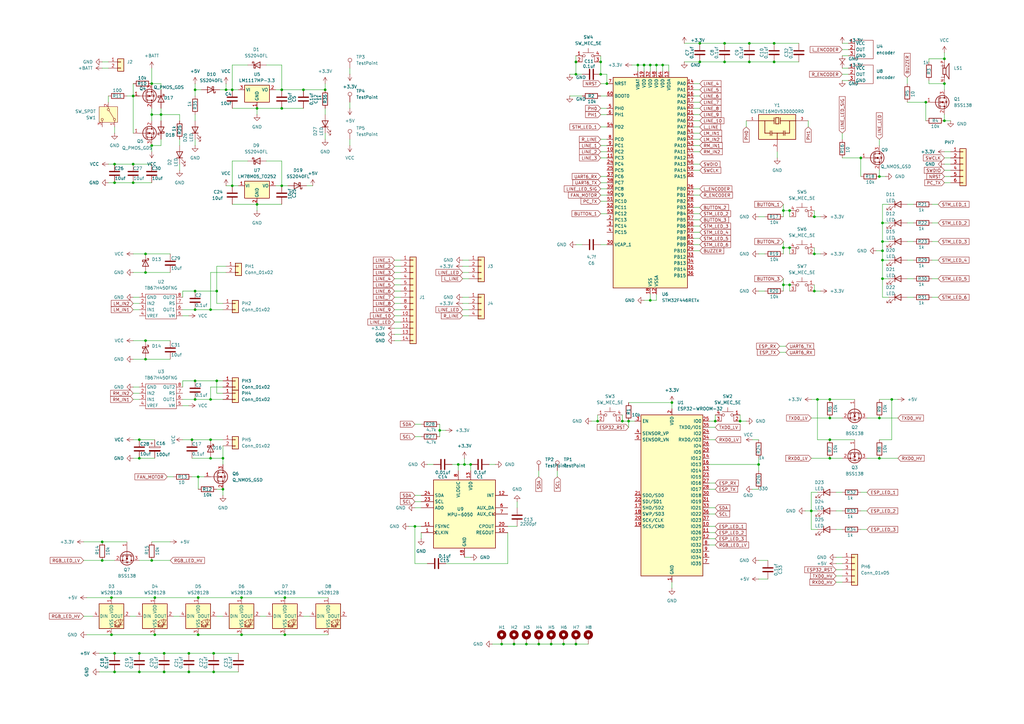
<source format=kicad_sch>
(kicad_sch (version 20231120) (generator "eeschema") (generator_version "8.0")
  (paper "A3")
  (junction (at 99.06 245.11))
  (junction (at 332.74 209.55))
  (junction (at 115.57 36.83))
  (junction (at 67.31 275.59))
  (junction (at 248.92 34.29))
  (junction (at 62.23 59.69))
  (junction (at 187.96 190.5))
  (junction (at 86.36 163.83))
  (junction (at 63.5 245.11))
  (junction (at 92.71 36.83))
  (junction (at 88.9 156.21))
  (junction (at 59.69 147.32))
  (junction (at 116.84 260.35))
  (junction (at 193.04 190.5))
  (junction (at 57.15 180.34))
  (junction (at 287.02 17.78))
  (junction (at 105.41 83.82))
  (junction (at 170.18 215.9))
  (junction (at 360.68 72.39))
  (junction (at 63.5 260.35))
  (junction (at 321.31 116.84))
  (junction (at 88.9 119.38))
  (junction (at 205.74 264.16))
  (junction (at 365.76 163.83))
  (junction (at 323.85 86.36))
  (junction (at 210.82 264.16))
  (junction (at 361.95 99.06))
  (junction (at 379.73 41.91))
  (junction (at 323.85 101.6))
  (junction (at 67.31 267.97))
  (junction (at 59.69 104.14))
  (junction (at 180.34 176.53))
  (junction (at 80.01 127))
  (junction (at 353.06 64.77))
  (junction (at 257.81 172.72))
  (junction (at 334.01 88.9))
  (junction (at 321.31 101.6))
  (junction (at 245.11 172.72))
  (junction (at 87.63 267.97))
  (junction (at 387.35 49.53))
  (junction (at 361.95 102.87))
  (junction (at 387.35 34.29))
  (junction (at 264.16 26.67))
  (junction (at 361.95 106.68))
  (junction (at 323.85 116.84))
  (junction (at 297.18 17.78))
  (junction (at 133.35 36.83))
  (junction (at 307.34 25.4))
  (junction (at 116.84 245.11))
  (junction (at 46.99 267.97))
  (junction (at 86.36 180.34))
  (junction (at 41.91 229.87))
  (junction (at 246.38 30.48))
  (junction (at 220.98 264.16))
  (junction (at 78.74 180.34))
  (junction (at 261.62 26.67))
  (junction (at 99.06 260.35))
  (junction (at 236.22 30.48))
  (junction (at 80.01 156.21))
  (junction (at 340.36 163.83))
  (junction (at 236.22 264.16))
  (junction (at 190.5 190.5))
  (junction (at 266.7 26.67))
  (junction (at 91.44 187.96))
  (junction (at 293.37 172.72))
  (junction (at 246.38 25.4))
  (junction (at 80.01 163.83))
  (junction (at 115.57 44.45))
  (junction (at 360.68 171.45))
  (junction (at 41.91 222.25))
  (junction (at 59.69 111.76))
  (junction (at 317.5 25.4))
  (junction (at 59.69 139.7))
  (junction (at 80.01 36.83))
  (junction (at 86.36 127))
  (junction (at 334.01 119.38))
  (junction (at 275.59 165.1))
  (junction (at 340.36 171.45))
  (junction (at 360.68 187.96))
  (junction (at 311.15 190.5))
  (junction (at 236.22 25.4))
  (junction (at 57.15 187.96))
  (junction (at 45.72 260.35))
  (junction (at 86.36 187.96))
  (junction (at 266.7 123.19))
  (junction (at 54.61 39.37))
  (junction (at 317.5 17.78))
  (junction (at 81.28 260.35))
  (junction (at 303.53 172.72))
  (junction (at 271.78 26.67))
  (junction (at 62.23 46.99))
  (junction (at 269.24 26.67))
  (junction (at 57.15 267.97))
  (junction (at 335.28 163.83))
  (junction (at 54.61 67.31))
  (junction (at 340.36 180.34))
  (junction (at 287.02 25.4))
  (junction (at 80.01 119.38))
  (junction (at 46.99 275.59))
  (junction (at 340.36 187.96))
  (junction (at 77.47 267.97))
  (junction (at 361.95 91.44))
  (junction (at 57.15 275.59))
  (junction (at 81.28 245.11))
  (junction (at 124.46 36.83))
  (junction (at 81.28 195.58))
  (junction (at 115.57 76.2))
  (junction (at 297.18 25.4))
  (junction (at 77.47 275.59))
  (junction (at 46.99 67.31))
  (junction (at 91.44 200.66))
  (junction (at 66.04 46.99))
  (junction (at 255.27 172.72))
  (junction (at 307.34 17.78))
  (junction (at 387.35 24.13))
  (junction (at 321.31 86.36))
  (junction (at 87.63 275.59))
  (junction (at 105.41 44.45))
  (junction (at 45.72 245.11))
  (junction (at 226.06 264.16))
  (junction (at 95.25 36.83))
  (junction (at 215.9 264.16))
  (junction (at 231.14 264.16))
  (junction (at 334.01 104.14))
  (junction (at 62.23 34.29))
  (junction (at 54.61 74.93))
  (junction (at 46.99 74.93))
  (junction (at 95.25 76.2))
  (junction (at 361.95 114.3))
  (junction (at 62.23 229.87))
  (wire (pts (xy 62.23 27.94) (xy 62.23 34.29)))
  (wire (pts (xy 321.31 86.36) (xy 321.31 88.9)))
  (wire (pts (xy 264.16 26.67) (xy 261.62 26.67)))
  (wire (pts (xy 161.798 132.08) (xy 164.338 132.08)))
  (wire (pts (xy 66.04 34.29) (xy 62.23 34.29)))
  (wire (pts (xy 54.61 74.93) (xy 62.23 74.93)))
  (wire (pts (xy 290.83 172.72) (xy 293.37 172.72)))
  (wire (pts (xy 86.36 111.76) (xy 86.36 127)))
  (wire (pts (xy 81.28 260.35) (xy 99.06 260.35)))
  (wire (pts (xy 381 25.4) (xy 381 24.13)))
  (wire (pts (xy 88.9 109.22) (xy 88.9 119.38)))
  (wire (pts (xy 374.65 114.3) (xy 372.11 114.3)))
  (wire (pts (xy 342.9 236.22) (xy 345.44 236.22)))
  (wire (pts (xy 311.15 200.66) (xy 308.61 200.66)))
  (wire (pts (xy 360.68 57.15) (xy 360.68 59.69)))
  (wire (pts (xy 62.23 222.25) (xy 69.85 222.25)))
  (wire (pts (xy 88.9 109.22) (xy 92.71 109.22)))
  (wire (pts (xy 364.49 106.68) (xy 361.95 106.68)))
  (wire (pts (xy 274.32 26.67) (xy 271.78 26.67)))
  (wire (pts (xy 63.5 245.11) (xy 81.28 245.11)))
  (wire (pts (xy 311.15 104.14) (xy 313.69 104.14)))
  (wire (pts (xy 353.06 209.55) (xy 355.6 209.55)))
  (wire (pts (xy 330.2 209.55) (xy 332.74 209.55)))
  (wire (pts (xy 311.15 237.49) (xy 314.96 237.49)))
  (wire (pts (xy 360.68 187.96) (xy 368.3 187.96)))
  (wire (pts (xy 41.91 27.94) (xy 44.45 27.94)))
  (wire (pts (xy 340.36 171.45) (xy 345.44 171.45)))
  (wire (pts (xy 306.07 52.07) (xy 306.07 49.53)))
  (wire (pts (xy 57.15 267.97) (xy 67.31 267.97)))
  (wire (pts (xy 109.22 26.67) (xy 115.57 26.67)))
  (wire (pts (xy 88.9 161.29) (xy 91.44 161.29)))
  (wire (pts (xy 246.38 39.37) (xy 248.92 39.37)))
  (wire (pts (xy 34.29 222.25) (xy 41.91 222.25)))
  (wire (pts (xy 311.15 190.5) (xy 311.15 193.04)))
  (wire (pts (xy 66.04 59.69) (xy 62.23 59.69)))
  (wire (pts (xy 91.44 158.75) (xy 86.36 158.75)))
  (wire (pts (xy 106.68 252.73) (xy 109.22 252.73)))
  (wire (pts (xy 319.786 144.526) (xy 322.326 144.526)))
  (wire (pts (xy 80.01 119.38) (xy 88.9 119.38)))
  (wire (pts (xy 109.22 66.04) (xy 115.57 66.04)))
  (wire (pts (xy 189.738 109.22) (xy 192.278 109.22)))
  (wire (pts (xy 182.88 231.14) (xy 208.28 231.14)))
  (wire (pts (xy 284.48 54.61) (xy 287.02 54.61)))
  (wire (pts (xy 269.24 29.21) (xy 269.24 26.67)))
  (wire (pts (xy 264.16 29.21) (xy 264.16 26.67)))
  (wire (pts (xy 284.48 59.69) (xy 287.02 59.69)))
  (wire (pts (xy 269.24 123.19) (xy 266.7 123.19)))
  (wire (pts (xy 73.66 46.99) (xy 73.66 49.53)))
  (wire (pts (xy 46.99 52.07) (xy 46.99 54.61)))
  (wire (pts (xy 382.27 83.82) (xy 384.81 83.82)))
  (wire (pts (xy 361.95 114.3) (xy 361.95 121.92)))
  (wire (pts (xy 290.83 200.66) (xy 293.37 200.66)))
  (wire (pts (xy 274.32 29.21) (xy 274.32 26.67)))
  (wire (pts (xy 133.35 44.45) (xy 133.35 46.99)))
  (wire (pts (xy 113.03 76.2) (xy 115.57 76.2)))
  (wire (pts (xy 91.44 200.66) (xy 91.44 203.2)))
  (wire (pts (xy 345.44 20.32) (xy 347.98 20.32)))
  (wire (pts (xy 353.06 201.93) (xy 355.6 201.93)))
  (wire (pts (xy 266.7 123.19) (xy 264.16 123.19)))
  (wire (pts (xy 361.95 83.82) (xy 361.95 91.44)))
  (wire (pts (xy 360.68 72.39) (xy 363.22 72.39)))
  (wire (pts (xy 80.01 156.21) (xy 88.9 156.21)))
  (wire (pts (xy 95.25 26.67) (xy 95.25 36.83)))
  (wire (pts (xy 307.34 25.4) (xy 317.5 25.4)))
  (wire (pts (xy 74.93 180.34) (xy 78.74 180.34)))
  (wire (pts (xy 161.798 139.7) (xy 164.338 139.7)))
  (wire (pts (xy 105.41 83.82) (xy 115.57 83.82)))
  (wire (pts (xy 74.93 158.75) (xy 74.93 156.21)))
  (wire (pts (xy 62.23 59.69) (xy 62.23 62.23)))
  (wire (pts (xy 66.04 46.99) (xy 66.04 49.53)))
  (wire (pts (xy 246.38 80.01) (xy 248.92 80.01)))
  (wire (pts (xy 201.93 264.16) (xy 205.74 264.16)))
  (wire (pts (xy 345.44 54.61) (xy 345.44 57.15)))
  (wire (pts (xy 246.38 64.77) (xy 248.92 64.77)))
  (wire (pts (xy 189.738 129.54) (xy 192.278 129.54)))
  (wire (pts (xy 290.83 210.82) (xy 293.37 210.82)))
  (wire (pts (xy 99.06 260.35) (xy 116.84 260.35)))
  (wire (pts (xy 170.18 205.74) (xy 172.72 205.74)))
  (wire (pts (xy 208.28 231.14) (xy 208.28 218.44)))
  (wire (pts (xy 101.6 66.04) (xy 95.25 66.04)))
  (wire (pts (xy 63.5 260.35) (xy 81.28 260.35)))
  (wire (pts (xy 372.11 31.75) (xy 372.11 34.29)))
  (wire (pts (xy 92.71 36.83) (xy 95.25 36.83)))
  (wire (pts (xy 257.81 165.1) (xy 275.59 165.1)))
  (wire (pts (xy 54.61 180.34) (xy 57.15 180.34)))
  (wire (pts (xy 101.6 26.67) (xy 95.25 26.67)))
  (wire (pts (xy 364.49 83.82) (xy 361.95 83.82)))
  (wire (pts (xy 303.53 170.18) (xy 303.53 172.72)))
  (wire (pts (xy 236.22 100.33) (xy 238.76 100.33)))
  (wire (pts (xy 340.36 163.83) (xy 350.52 163.83)))
  (wire (pts (xy 381 34.29) (xy 387.35 34.29)))
  (wire (pts (xy 321.31 116.84) (xy 321.31 119.38)))
  (wire (pts (xy 105.41 83.82) (xy 105.41 86.36)))
  (wire (pts (xy 95.25 66.04) (xy 95.25 76.2)))
  (wire (pts (xy 236.22 264.16) (xy 241.3 264.16)))
  (wire (pts (xy 74.93 166.37) (xy 77.47 166.37)))
  (wire (pts (xy 342.9 233.68) (xy 345.44 233.68)))
  (wire (pts (xy 78.74 195.58) (xy 81.28 195.58)))
  (wire (pts (xy 161.798 137.16) (xy 164.338 137.16)))
  (wire (pts (xy 374.65 121.92) (xy 372.11 121.92)))
  (wire (pts (xy 54.61 104.14) (xy 59.69 104.14)))
  (wire (pts (xy 115.57 76.2) (xy 118.11 76.2)))
  (wire (pts (xy 238.76 30.48) (xy 236.22 30.48)))
  (wire (pts (xy 284.48 85.09) (xy 287.02 85.09)))
  (wire (pts (xy 54.61 161.29) (xy 57.15 161.29)))
  (wire (pts (xy 387.35 64.77) (xy 389.89 64.77)))
  (wire (pts (xy 74.93 129.54) (xy 77.47 129.54)))
  (wire (pts (xy 41.91 229.87) (xy 46.99 229.87)))
  (wire (pts (xy 335.28 163.83) (xy 340.36 163.83)))
  (wire (pts (xy 161.798 106.68) (xy 164.338 106.68)))
  (wire (pts (xy 78.74 180.34) (xy 86.36 180.34)))
  (wire (pts (xy 54.61 163.83) (xy 57.15 163.83)))
  (wire (pts (xy 80.01 127) (xy 86.36 127)))
  (wire (pts (xy 284.48 41.91) (xy 287.02 41.91)))
  (wire (pts (xy 236.22 25.4) (xy 236.22 30.48)))
  (wire (pts (xy 88.9 124.46) (xy 91.44 124.46)))
  (wire (pts (xy 361.95 91.44) (xy 361.95 99.06)))
  (wire (pts (xy 95.25 44.45) (xy 105.41 44.45)))
  (wire (pts (xy 307.34 17.78) (xy 317.5 17.78)))
  (wire (pts (xy 80.01 36.83) (xy 80.01 39.37)))
  (wire (pts (xy 321.31 86.36) (xy 323.85 86.36)))
  (wire (pts (xy 143.51 57.15) (xy 143.51 59.69)))
  (wire (pts (xy 54.61 124.46) (xy 57.15 124.46)))
  (wire (pts (xy 257.81 172.72) (xy 257.81 175.26)))
  (wire (pts (xy 311.15 119.38) (xy 313.69 119.38)))
  (wire (pts (xy 332.74 201.93) (xy 332.74 209.55)))
  (wire (pts (xy 95.25 83.82) (xy 105.41 83.82)))
  (wire (pts (xy 387.35 21.59) (xy 387.35 24.13)))
  (wire (pts (xy 124.46 252.73) (xy 127 252.73)))
  (wire (pts (xy 360.68 180.34) (xy 365.76 180.34)))
  (wire (pts (xy 280.67 25.4) (xy 287.02 25.4)))
  (wire (pts (xy 74.93 121.92) (xy 74.93 119.38)))
  (wire (pts (xy 334.01 116.84) (xy 334.01 119.38)))
  (wire (pts (xy 284.48 95.25) (xy 287.02 95.25)))
  (wire (pts (xy 311.15 229.87) (xy 314.96 229.87)))
  (wire (pts (xy 59.69 147.32) (xy 69.85 147.32)))
  (wire (pts (xy 115.57 36.83) (xy 124.46 36.83)))
  (wire (pts (xy 303.53 172.72) (xy 306.07 172.72)))
  (wire (pts (xy 317.5 17.78) (xy 327.66 17.78)))
  (wire (pts (xy 143.51 41.91) (xy 143.51 44.45)))
  (wire (pts (xy 91.44 182.88) (xy 91.44 187.96)))
  (wire (pts (xy 80.01 46.99) (xy 80.01 49.53)))
  (wire (pts (xy 226.06 264.16) (xy 231.14 264.16)))
  (wire (pts (xy 382.27 114.3) (xy 384.81 114.3)))
  (wire (pts (xy 44.45 39.37) (xy 44.45 41.91)))
  (wire (pts (xy 387.35 74.93) (xy 389.89 74.93)))
  (wire (pts (xy 336.55 104.14) (xy 334.01 104.14)))
  (wire (pts (xy 335.28 180.34) (xy 335.28 163.83)))
  (wire (pts (xy 170.18 215.9) (xy 172.72 215.9)))
  (wire (pts (xy 86.36 180.34) (xy 91.44 180.34)))
  (wire (pts (xy 80.01 57.15) (xy 80.01 59.69)))
  (wire (pts (xy 332.74 171.45) (xy 340.36 171.45)))
  (wire (pts (xy 190.5 190.5) (xy 193.04 190.5)))
  (wire (pts (xy 381 24.13) (xy 387.35 24.13)))
  (wire (pts (xy 321.31 99.06) (xy 321.31 101.6)))
  (wire (pts (xy 193.04 190.5) (xy 193.04 193.04)))
  (wire (pts (xy 284.48 92.71) (xy 287.02 92.71)))
  (wire (pts (xy 34.29 229.87) (xy 41.91 229.87)))
  (wire (pts (xy 246.38 72.39) (xy 248.92 72.39)))
  (wire (pts (xy 54.61 39.37) (xy 54.61 54.61)))
  (wire (pts (xy 246.38 25.4) (xy 246.38 30.48)))
  (wire (pts (xy 297.18 25.4) (xy 307.34 25.4)))
  (wire (pts (xy 161.798 121.92) (xy 164.338 121.92)))
  (wire (pts (xy 317.5 25.4) (xy 327.66 25.4)))
  (wire (pts (xy 54.61 147.32) (xy 59.69 147.32)))
  (wire (pts (xy 284.48 57.15) (xy 287.02 57.15)))
  (wire (pts (xy 284.48 62.23) (xy 287.02 62.23)))
  (wire (pts (xy 246.38 34.29) (xy 248.92 34.29)))
  (wire (pts (xy 59.69 104.14) (xy 69.85 104.14)))
  (wire (pts (xy 361.95 91.44) (xy 364.49 91.44)))
  (wire (pts (xy 68.58 195.58) (xy 71.12 195.58)))
  (wire (pts (xy 133.35 54.61) (xy 133.35 57.15)))
  (wire (pts (xy 189.738 111.76) (xy 192.278 111.76)))
  (wire (pts (xy 189.738 106.68) (xy 192.278 106.68)))
  (wire (pts (xy 34.29 252.73) (xy 38.1 252.73)))
  (wire (pts (xy 54.61 67.31) (xy 62.23 67.31)))
  (wire (pts (xy 220.98 264.16) (xy 226.06 264.16)))
  (wire (pts (xy 323.85 101.6) (xy 323.85 104.14)))
  (wire (pts (xy 231.14 264.16) (xy 236.22 264.16)))
  (wire (pts (xy 284.48 34.29) (xy 287.02 34.29)))
  (wire (pts (xy 361.95 114.3) (xy 364.49 114.3)))
  (wire (pts (xy 340.36 180.34) (xy 335.28 180.34)))
  (wire (pts (xy 180.34 176.53) (xy 180.34 173.99)))
  (wire (pts (xy 246.38 62.23) (xy 248.92 62.23)))
  (wire (pts (xy 259.08 26.67) (xy 261.62 26.67)))
  (wire (pts (xy 290.83 198.12) (xy 293.37 198.12)))
  (wire (pts (xy 52.07 39.37) (xy 54.61 39.37)))
  (wire (pts (xy 387.35 49.53) (xy 389.89 49.53)))
  (wire (pts (xy 180.34 176.53) (xy 180.34 179.07)))
  (wire (pts (xy 54.61 111.76) (xy 59.69 111.76)))
  (wire (pts (xy 143.51 27.94) (xy 143.51 30.48)))
  (wire (pts (xy 92.71 76.2) (xy 95.25 76.2)))
  (wire (pts (xy 220.98 193.04) (xy 220.98 195.58)))
  (wire (pts (xy 293.37 170.18) (xy 293.37 172.72)))
  (wire (pts (xy 332.74 217.17) (xy 335.28 217.17)))
  (wire (pts (xy 90.17 36.83) (xy 92.71 36.83)))
  (wire (pts (xy 336.55 119.38) (xy 334.01 119.38)))
  (wire (pts (xy 318.77 62.23) (xy 318.77 64.77)))
  (wire (pts (xy 345.44 17.78) (xy 347.98 17.78)))
  (wire (pts (xy 287.02 25.4) (xy 297.18 25.4)))
  (wire (pts (xy 323.85 86.36) (xy 323.85 88.9)))
  (wire (pts (xy 46.99 275.59) (xy 57.15 275.59)))
  (wire (pts (xy 105.41 44.45) (xy 115.57 44.45)))
  (wire (pts (xy 86.36 187.96) (xy 91.44 187.96)))
  (wire (pts (xy 319.786 141.986) (xy 322.326 141.986)))
  (wire (pts (xy 332.74 209.55) (xy 332.74 217.17)))
  (wire (pts (xy 342.9 231.14) (xy 345.44 231.14)))
  (wire (pts (xy 387.35 67.31) (xy 389.89 67.31)))
  (wire (pts (xy 361.95 99.06) (xy 361.95 102.87)))
  (wire (pts (xy 246.38 52.07) (xy 248.92 52.07)))
  (wire (pts (xy 387.35 34.29) (xy 387.35 36.83)))
  (wire (pts (xy 53.34 252.73) (xy 55.88 252.73)))
  (wire (pts (xy 115.57 44.45) (xy 124.46 44.45)))
  (wire (pts (xy 284.48 39.37) (xy 287.02 39.37)))
  (wire (pts (xy 335.28 201.93) (xy 332.74 201.93)))
  (wire (pts (xy 280.67 17.78) (xy 287.02 17.78)))
  (wire (pts (xy 80.01 34.29) (xy 80.01 36.83)))
  (wire (pts (xy 248.92 30.48) (xy 248.92 34.29)))
  (wire (pts (xy 284.48 77.47) (xy 287.02 77.47)))
  (wire (pts (xy 266.7 26.67) (xy 264.16 26.67)))
  (wire (pts (xy 387.35 62.23) (xy 389.89 62.23)))
  (wire (pts (xy 77.47 275.59) (xy 87.63 275.59)))
  (wire (pts (xy 290.83 175.26) (xy 293.37 175.26)))
  (wire (pts (xy 246.38 30.48) (xy 248.92 30.48)))
  (wire (pts (xy 105.41 44.45) (xy 105.41 46.99)))
  (wire (pts (xy 353.06 64.77) (xy 353.06 72.39)))
  (wire (pts (xy 353.06 217.17) (xy 355.6 217.17)))
  (wire (pts (xy 95.25 76.2) (xy 97.79 76.2)))
  (wire (pts (xy 161.798 109.22) (xy 164.338 109.22)))
  (wire (pts (xy 86.36 158.75) (xy 86.36 163.83)))
  (wire (pts (xy 340.36 180.34) (xy 350.52 180.34)))
  (wire (pts (xy 361.95 106.68) (xy 361.95 114.3)))
  (wire (pts (xy 382.27 91.44) (xy 384.81 91.44)))
  (wire (pts (xy 345.44 27.94) (xy 347.98 27.94)))
  (wire (pts (xy 67.31 275.59) (xy 77.47 275.59)))
  (wire (pts (xy 372.11 41.91) (xy 379.73 41.91)))
  (wire (pts (xy 88.9 252.73) (xy 91.44 252.73)))
  (wire (pts (xy 161.798 119.38) (xy 164.338 119.38)))
  (wire (pts (xy 124.46 36.83) (xy 133.35 36.83)))
  (wire (pts (xy 361.95 102.87) (xy 361.95 106.68)))
  (wire (pts (xy 81.28 245.11) (xy 99.06 245.11)))
  (wire (pts (xy 311.15 180.34) (xy 308.61 180.34)))
  (wire (pts (xy 57.15 180.34) (xy 63.5 180.34)))
  (wire (pts (xy 45.72 260.35) (xy 63.5 260.35)))
  (wire (pts (xy 345.44 201.93) (xy 342.9 201.93)))
  (wire (pts (xy 284.48 80.01) (xy 287.02 80.01)))
  (wire (pts (xy 284.48 36.83) (xy 287.02 36.83)))
  (wire (pts (xy 284.48 67.31) (xy 287.02 67.31)))
  (wire (pts (xy 170.18 179.07) (xy 172.72 179.07)))
  (wire (pts (xy 246.38 59.69) (xy 248.92 59.69)))
  (wire (pts (xy 284.48 69.85) (xy 287.02 69.85)))
  (wire (pts (xy 77.47 267.97) (xy 87.63 267.97)))
  (wire (pts (xy 269.24 120.65) (xy 269.24 123.19)))
  (wire (pts (xy 266.7 120.65) (xy 266.7 123.19)))
  (wire (pts (xy 170.18 203.2) (xy 172.72 203.2)))
  (wire (pts (xy 382.27 99.06) (xy 384.81 99.06)))
  (wire (pts (xy 57.15 275.59) (xy 67.31 275.59)))
  (wire (pts (xy 46.99 67.31) (xy 54.61 67.31)))
  (wire (pts (xy 284.48 87.63) (xy 287.02 87.63)))
  (wire (pts (xy 67.31 267.97) (xy 77.47 267.97)))
  (wire (pts (xy 74.93 127) (xy 80.01 127)))
  (wire (pts (xy 365.76 163.83) (xy 368.3 163.83)))
  (wire (pts (xy 185.42 190.5) (xy 187.96 190.5)))
  (wire (pts (xy 62.23 44.45) (xy 62.23 46.99)))
  (wire (pts (xy 212.09 205.74) (xy 212.09 208.28)))
  (wire (pts (xy 387.35 46.99) (xy 387.35 49.53)))
  (wire (pts (xy 62.23 229.87) (xy 69.85 229.87)))
  (wire (pts (xy 83.82 195.58) (xy 81.28 195.58)))
  (wire (pts (xy 78.74 187.96) (xy 86.36 187.96)))
  (wire (pts (xy 359.41 102.87) (xy 361.95 102.87)))
  (wire (pts (xy 99.06 245.11) (xy 116.84 245.11)))
  (wire (pts (xy 57.15 187.96) (xy 63.5 187.96)))
  (wire (pts (xy 269.24 26.67) (xy 266.7 26.67)))
  (wire (pts (xy 236.22 22.86) (xy 236.22 25.4)))
  (wire (pts (xy 59.69 139.7) (xy 69.85 139.7)))
  (wire (pts (xy 73.66 67.31) (xy 73.66 69.85)))
  (wire (pts (xy 62.23 46.99) (xy 66.04 46.99)))
  (wire (pts (xy 290.83 208.28) (xy 293.37 208.28)))
  (wire (pts (xy 255.27 172.72) (xy 257.81 172.72)))
  (wire (pts (xy 311.15 88.9) (xy 313.69 88.9)))
  (wire (pts (xy 345.44 30.48) (xy 347.98 30.48)))
  (wire (pts (xy 182.88 176.53) (xy 180.34 176.53)))
  (wire (pts (xy 40.64 267.97) (xy 46.99 267.97)))
  (wire (pts (xy 374.65 99.06) (xy 372.11 99.06)))
  (wire (pts (xy 257.81 172.72) (xy 260.35 172.72)))
  (wire (pts (xy 187.96 190.5) (xy 187.96 193.04)))
  (wire (pts (xy 74.93 163.83) (xy 80.01 163.83)))
  (wire (pts (xy 161.798 116.84) (xy 164.338 116.84)))
  (wire (pts (xy 115.57 26.67) (xy 115.57 36.83)))
  (wire (pts (xy 41.91 222.25) (xy 52.07 222.25)))
  (wire (pts (xy 161.798 129.54) (xy 164.338 129.54)))
  (wire (pts (xy 290.83 180.34) (xy 293.37 180.34)))
  (wire (pts (xy 54.61 127) (xy 57.15 127)))
  (wire (pts (xy 266.7 29.21) (xy 266.7 26.67)))
  (wire (pts (xy 175.26 190.5) (xy 177.8 190.5)))
  (wire (pts (xy 59.69 111.76) (xy 69.85 111.76)))
  (wire (pts (xy 246.38 100.33) (xy 248.92 100.33)))
  (wire (pts (xy 246.38 82.55) (xy 248.92 82.55)))
  (wire (pts (xy 88.9 156.21) (xy 91.44 156.21)))
  (wire (pts (xy 245.11 170.18) (xy 245.11 172.72)))
  (wire (pts (xy 321.31 114.3) (xy 321.31 116.84)))
  (wire (pts (xy 332.74 163.83) (xy 335.28 163.83)))
  (wire (pts (xy 290.83 220.98) (xy 293.37 220.98)))
  (wire (pts (xy 246.38 87.63) (xy 248.92 87.63)))
  (wire (pts (xy 189.738 124.46) (xy 192.278 124.46)))
  (wire (pts (xy 46.99 74.93) (xy 54.61 74.93)))
  (wire (pts (xy 342.9 238.76) (xy 345.44 238.76)))
  (wire (pts (xy 233.68 39.37) (xy 238.76 39.37)))
  (wire (pts (xy 374.65 83.82) (xy 372.11 83.82)))
  (wire (pts (xy 208.28 215.9) (xy 212.09 215.9)))
  (wire (pts (xy 66.04 57.15) (xy 66.04 59.69)))
  (wire (pts (xy 54.61 187.96) (xy 57.15 187.96)))
  (wire (pts (xy 284.48 46.99) (xy 287.02 46.99)))
  (wire (pts (xy 161.798 114.3) (xy 164.338 114.3)))
  (wire (pts (xy 290.83 218.44) (xy 293.37 218.44)))
  (wire (pts (xy 290.83 215.9) (xy 293.37 215.9)))
  (wire (pts (xy 361.95 99.06) (xy 364.49 99.06)))
  (wire (pts (xy 200.66 190.5) (xy 203.2 190.5)))
  (wire (pts (xy 41.91 25.4) (xy 44.45 25.4)))
  (wire (pts (xy 190.5 228.6) (xy 193.04 228.6)))
  (wire (pts (xy 382.27 106.68) (xy 384.81 106.68)))
  (wire (pts (xy 45.72 245.11) (xy 63.5 245.11)))
  (wire (pts (xy 210.82 264.16) (xy 215.9 264.16)))
  (wire (pts (xy 54.61 34.29) (xy 54.61 39.37)))
  (wire (pts (xy 297.18 17.78) (xy 307.34 17.78)))
  (wire (pts (xy 342.9 228.6) (xy 345.44 228.6)))
  (wire (pts (xy 170.18 173.99) (xy 172.72 173.99)))
  (wire (pts (xy 86.36 163.83) (xy 91.44 163.83)))
  (wire (pts (xy 360.68 69.85) (xy 360.68 72.39)))
  (wire (pts (xy 246.38 44.45) (xy 248.92 44.45)))
  (wire (pts (xy 321.31 116.84) (xy 323.85 116.84)))
  (wire (pts (xy 246.38 77.47) (xy 248.92 77.47)))
  (wire (pts (xy 246.38 22.86) (xy 246.38 25.4)))
  (wire (pts (xy 332.74 209.55) (xy 335.28 209.55)))
  (wire (pts (xy 321.31 101.6) (xy 321.31 104.14)))
  (wire (pts (xy 205.74 264.16) (xy 210.82 264.16)))
  (wire (pts (xy 86.36 127) (xy 91.44 127)))
  (wire (pts (xy 365.76 180.34) (xy 365.76 163.83)))
  (wire (pts (xy 54.61 139.7) (xy 59.69 139.7)))
  (wire (pts (xy 387.35 69.85) (xy 389.89 69.85)))
  (wire (pts (xy 290.83 223.52) (xy 293.37 223.52)))
  (wire (pts (xy 345.44 64.77) (xy 353.06 64.77)))
  (wire (pts (xy 255.27 170.18) (xy 255.27 172.72)))
  (wire (pts (xy 66.04 44.45) (xy 66.04 46.99)))
  (wire (pts (xy 381 33.02) (xy 381 34.29)))
  (wire (pts (xy 87.63 275.59) (xy 97.79 275.59)))
  (wire (pts (xy 345.44 33.02) (xy 347.98 33.02)))
  (wire (pts (xy 190.5 187.96) (xy 190.5 190.5)))
  (wire (pts (xy 57.15 229.87) (xy 62.23 229.87)))
  (wire (pts (xy 81.28 195.58) (xy 81.28 200.66)))
  (wire (pts (xy 87.63 267.97) (xy 97.79 267.97)))
  (wire (pts (xy 246.38 57.15) (xy 248.92 57.15)))
  (wire (pts (xy 374.65 106.68) (xy 372.11 106.68)))
  (wire (pts (xy 189.738 114.3) (xy 192.278 114.3)))
  (wire (pts (xy 246.38 74.93) (xy 248.92 74.93)))
  (wire (pts (xy 161.798 111.76) (xy 164.338 111.76)))
  (wire (pts (xy 74.93 156.21) (xy 80.01 156.21)))
  (wire (pts (xy 62.23 46.99) (xy 62.23 49.53)))
  (wire (pts (xy 355.6 171.45) (xy 360.68 171.45)))
  (wire (pts (xy 345.44 209.55) (xy 342.9 209.55)))
  (wire (pts (xy 382.27 121.92) (xy 384.81 121.92)))
  (wire (pts (xy 361.95 121.92) (xy 364.49 121.92)))
  (wire (pts (xy 287.02 17.78) (xy 297.18 17.78)))
  (wire (pts (xy 35.56 245.11) (xy 45.72 245.11)))
  (wire (pts (xy 261.62 26.67) (xy 261.62 29.21)))
  (wire (pts (xy 284.48 102.87) (xy 287.02 102.87)))
  (wire (pts (xy 334.01 101.6) (xy 334.01 104.14)))
  (wire (pts (xy 133.35 34.29) (xy 133.35 36.83)))
  (wire (pts (xy 161.798 124.46) (xy 164.338 124.46)))
  (wire (pts (xy 323.85 116.84) (xy 323.85 119.38)))
  (wire (pts (xy 360.68 163.83) (xy 365.76 163.83)))
  (wire (pts (xy 66.04 46.99) (xy 73.66 46.99)))
  (wire (pts (xy 275.59 165.1) (xy 275.59 167.64)))
  (wire (pts (xy 54.61 121.92) (xy 57.15 121.92)))
  (wire (pts (xy 74.93 119.38) (xy 80.01 119.38)))
  (wire (pts (xy 275.59 238.76) (xy 275.59 241.3)))
  (wire (pts (xy 284.48 52.07) (xy 287.02 52.07)))
  (wire (pts (xy 44.45 67.31) (xy 46.99 67.31)))
  (wire (pts (xy 161.798 134.62) (xy 164.338 134.62)))
  (wire (pts (xy 290.83 190.5) (xy 311.15 190.5)))
  (wire (pts (xy 161.798 127) (xy 164.338 127)))
  (wire (pts (xy 115.57 66.04) (xy 115.57 76.2)))
  (wire (pts (xy 170.18 215.9) (xy 170.18 231.14)))
  (wire (pts (xy 284.48 100.33) (xy 287.02 100.33)))
  (wire (pts (xy 116.84 260.35) (xy 134.62 260.35)))
  (wire (pts (xy 46.99 267.97) (xy 57.15 267.97)))
  (wire (pts (xy 334.01 86.36) (xy 334.01 88.9)))
  (wire (pts (xy 88.9 200.66) (xy 91.44 200.66)))
  (wire (pts (xy 355.6 187.96) (xy 360.68 187.96)))
  (wire (pts (xy 54.61 158.75) (xy 57.15 158.75)))
  (wire (pts (xy 40.64 275.59) (xy 46.99 275.59)))
  (wire (pts (xy 284.48 90.17) (xy 287.02 90.17)))
  (wire (pts (xy 284.48 97.79) (xy 287.02 97.79)))
  (wire (pts (xy 321.31 101.6) (xy 323.85 101.6)))
  (wire (pts (xy 172.72 220.98) (xy 172.72 218.44)))
  (wire (pts (xy 233.68 30.48) (xy 236.22 30.48)))
  (wire (pts (xy 336.55 88.9) (xy 334.01 88.9)))
  (wire (pts (xy 44.45 74.93) (xy 46.99 74.93)))
  (wire (pts (xy 284.48 49.53) (xy 287.02 49.53)))
  (wire (pts (xy 88.9 119.38) (xy 88.9 124.46)))
  (wire (pts (xy 167.64 215.9) (xy 170.18 215.9)))
  (wire (pts (xy 66.04 36.83) (xy 66.04 34.29)))
  (wire (pts (xy 113.03 36.83) (xy 115.57 36.83)))
  (wire (pts (xy 80.01 36.83) (xy 82.55 36.83)))
  (wire (pts (xy 91.44 190.5) (xy 91.44 187.96)))
  (wire (pts (xy 189.738 127) (xy 192.278 127)))
  (wire (pts (xy 345.44 22.86) (xy 347.98 22.86)))
  (wire (pts (xy 246.38 46.99) (xy 248.92 46.99)))
  (wire (pts (xy 95.25 36.83) (xy 97.79 36.83)))
  (wire (pts (xy 215.9 264.16) (xy 220.98 264.16)))
  (wire (pts (xy 271.78 26.67) (xy 269.24 26.67)))
  (wire (pts (xy 271.78 29.21) (xy 271.78 26.67)))
  (wire (pts (xy 332.74 187.96) (xy 340.36 187.96)))
  (wire (pts (xy 35.56 260.35) (xy 45.72 260.35)))
  (wire (pts (xy 331.47 52.07) (xy 331.47 49.53)))
  (wire (pts (xy 80.01 163.83) (xy 86.36 163.83)))
  (wire (pts (xy 340.36 187.96) (xy 345.44 187.96)))
  (wire (pts (xy 189.738 121.92) (xy 192.278 121.92)))
  (wire (pts (xy 228.6 193.04) (xy 228.6 195.58)))
  (wire (pts (xy 321.31 83.82) (xy 321.31 86.36)))
  (wire (pts (xy 73.66 57.15) (xy 73.66 59.69)))
  (wire (pts (xy 92.71 34.29) (xy 92.71 36.83)))
  (wire (pts (xy 170.18 231.14) (xy 175.26 231.14)))
  (wire (pts (xy 116.84 245.11) (xy 134.62 245.11)))
  (wire (pts (xy 187.96 190.5) (xy 190.5 190.5)))
  (wire (pts (xy 284.48 44.45) (xy 287.02 44.45)))
  (wire (pts (xy 71.12 252.73) (xy 73.66 252.73)))
  (wire (pts (xy 242.57 172.72) (xy 245.11 172.72)))
  (wire (pts (xy 360.68 171.45) (xy 368.3 171.45)))
  (wire (pts (xy 170.18 208.28) (xy 172.72 208.28)))
  (wire (pts (xy 379.73 41.91) (xy 379.73 49.53)))
  (wire (pts (xy 88.9 156.21) (xy 88.9 161.29)))
  (wire (pts (xy 125.73 76.2) (xy 128.27 76.2)))
  (wire (pts (xy 311.15 187.96) (xy 311.15 190.5)))
  (wire (pts (xy 374.65 91.44) (xy 372.11 91.44)))
  (wire (pts (xy 387.35 72.39) (xy 389.89 72.39)))
  (wire (pts (xy 345.44 217.17) (xy 342.9 217.17)))
  (wire (pts (xy 92.71 111.76) (xy 86.36 111.76)))
  (global_label "LINE_LED_SIG" (shape input) (at 246.38 77.47 180) (property "Intersheetrefs" "${INTERSHEET_REFS}" (effects (hide yes))))
  (global_label "ESP_TX" (shape input) (at 293.37 200.66 0) (property "Intersheetrefs" "${INTERSHEET_REFS}" (effects (hide yes))))
  (global_label "ESP_TX" (shape input) (at 319.786 144.526 180) (property "Intersheetrefs" "${INTERSHEET_REFS}" (effects (hide yes))))
  (global_label "LINE_8" (shape input) (at 287.02 44.45 0) (property "Intersheetrefs" "${INTERSHEET_REFS}" (effects (hide yes))))
  (global_label "LINE_9" (shape input) (at 161.798 127 180) (property "Intersheetrefs" "${INTERSHEET_REFS}" (effects (hide yes))))
  (global_label "SDA" (shape input) (at 220.98 195.58 270) (property "Intersheetrefs" "${INTERSHEET_REFS}" (effects (hide yes))))
  (global_label "STM_LED_4" (shape input) (at 287.02 95.25 0) (property "Intersheetrefs" "${INTERSHEET_REFS}" (effects (hide yes))))
  (global_label "LINE_6" (shape input) (at 161.798 119.38 180) (property "Intersheetrefs" "${INTERSHEET_REFS}" (effects (hide yes))))
  (global_label "RM_IN2" (shape input) (at 287.02 62.23 0) (property "Intersheetrefs" "${INTERSHEET_REFS}" (effects (hide yes))))
  (global_label "ESP32_RST" (shape input) (at 342.9 233.68 180) (property "Intersheetrefs" "${INTERSHEET_REFS}" (effects (hide yes))))
  (global_label "ESP_RX" (shape input) (at 293.37 198.12 0) (property "Intersheetrefs" "${INTERSHEET_REFS}" (effects (hide yes))))
  (global_label "STM_LED_1" (shape input) (at 246.38 52.07 180) (property "Intersheetrefs" "${INTERSHEET_REFS}" (effects (hide yes))))
  (global_label "RGB_LED_HV" (shape input) (at 34.29 252.73 180) (property "Intersheetrefs" "${INTERSHEET_REFS}" (effects (hide yes))))
  (global_label "STM_LED_3" (shape input) (at 287.02 92.71 0) (property "Intersheetrefs" "${INTERSHEET_REFS}" (effects (hide yes))))
  (global_label "PH1" (shape input) (at 331.47 52.07 270) (property "Intersheetrefs" "${INTERSHEET_REFS}" (effects (hide yes))))
  (global_label "RM_IN1" (shape input) (at 287.02 59.69 0) (property "Intersheetrefs" "${INTERSHEET_REFS}" (effects (hide yes))))
  (global_label "LINE_1" (shape input) (at 161.798 106.68 180) (property "Intersheetrefs" "${INTERSHEET_REFS}" (effects (hide yes))))
  (global_label "TXD0_LV" (shape input) (at 293.37 175.26 0) (property "Intersheetrefs" "${INTERSHEET_REFS}" (effects (hide yes))))
  (global_label "LINE_LED" (shape input) (at 161.798 132.08 180) (property "Intersheetrefs" "${INTERSHEET_REFS}" (effects (hide yes))))
  (global_label "BUTTON_1" (shape input) (at 246.38 87.63 180) (property "Intersheetrefs" "${INTERSHEET_REFS}" (effects (hide yes))))
  (global_label "LINE_2" (shape input) (at 246.38 62.23 180) (property "Intersheetrefs" "${INTERSHEET_REFS}" (effects (hide yes))))
  (global_label "LM_IN2" (shape input) (at 54.61 124.46 180) (property "Intersheetrefs" "${INTERSHEET_REFS}" (effects (hide yes))))
  (global_label "RXD0_LV" (shape input) (at 293.37 180.34 0) (property "Intersheetrefs" "${INTERSHEET_REFS}" (effects (hide yes))))
  (global_label "R_LINE" (shape input) (at 246.38 57.15 180) (property "Intersheetrefs" "${INTERSHEET_REFS}" (effects (hide yes))))
  (global_label "LINE_7" (shape input) (at 287.02 41.91 0) (property "Intersheetrefs" "${INTERSHEET_REFS}" (effects (hide yes))))
  (global_label "LM_IN1" (shape input) (at 287.02 54.61 0) (property "Intersheetrefs" "${INTERSHEET_REFS}" (effects (hide yes))))
  (global_label "TXD0_HV" (shape input) (at 368.3 171.45 0) (property "Intersheetrefs" "${INTERSHEET_REFS}" (effects (hide yes))))
  (global_label "LINE_LED_SIG" (shape input) (at 345.44 54.61 90) (property "Intersheetrefs" "${INTERSHEET_REFS}" (effects (hide yes))))
  (global_label "LINE_1" (shape input) (at 246.38 59.69 180) (property "Intersheetrefs" "${INTERSHEET_REFS}" (effects (hide yes))))
  (global_label "LINE_2" (shape input) (at 161.798 109.22 180) (property "Intersheetrefs" "${INTERSHEET_REFS}" (effects (hide yes))))
  (global_label "SWCLK" (shape input) (at 387.35 64.77 180) (property "Intersheetrefs" "${INTERSHEET_REFS}" (effects (hide yes))))
  (global_label "LINE_5" (shape input) (at 161.798 116.84 180) (property "Intersheetrefs" "${INTERSHEET_REFS}" (effects (hide yes))))
  (global_label "STM_LED_5" (shape input) (at 384.81 114.3 0) (property "Intersheetrefs" "${INTERSHEET_REFS}" (effects (hide yes))))
  (global_label "UART6_RX" (shape input) (at 322.326 144.526 0) (property "Intersheetrefs" "${INTERSHEET_REFS}" (effects (hide yes))))
  (global_label "PC_TX" (shape input) (at 387.35 74.93 180) (property "Intersheetrefs" "${INTERSHEET_REFS}" (effects (hide yes))))
  (global_label "SWDIO" (shape input) (at 287.02 67.31 0) (property "Intersheetrefs" "${INTERSHEET_REFS}" (effects (hide yes))))
  (global_label "FAN_MOTOR" (shape input) (at 246.38 80.01 180) (property "Intersheetrefs" "${INTERSHEET_REFS}" (effects (hide yes))))
  (global_label "STM_LED_6" (shape input) (at 287.02 100.33 0) (property "Intersheetrefs" "${INTERSHEET_REFS}" (effects (hide yes))))
  (global_label "PH0" (shape input) (at 306.07 52.07 270) (property "Intersheetrefs" "${INTERSHEET_REFS}" (effects (hide yes))))
  (global_label "L_ENCODER" (shape input) (at 345.44 20.32 180) (property "Intersheetrefs" "${INTERSHEET_REFS}" (effects (hide yes))))
  (global_label "R_ENCODER" (shape input) (at 287.02 80.01 0) (property "Intersheetrefs" "${INTERSHEET_REFS}" (effects (hide yes))))
  (global_label "L_LINE" (shape input) (at 287.02 52.07 0) (property "Intersheetrefs" "${INTERSHEET_REFS}" (effects (hide yes))))
  (global_label "BUTTON_2" (shape input) (at 321.31 99.06 180) (property "Intersheetrefs" "${INTERSHEET_REFS}" (effects (hide yes))))
  (global_label "BUTTON_3" (shape input) (at 321.31 114.3 180) (property "Intersheetrefs" "${INTERSHEET_REFS}" (effects (hide yes))))
  (global_label "UART6_TX" (shape input) (at 322.326 141.986 0) (property "Intersheetrefs" "${INTERSHEET_REFS}" (effects (hide yes))))
  (global_label "LM_IN1" (shape input) (at 54.61 127 180) (property "Intersheetrefs" "${INTERSHEET_REFS}" (effects (hide yes))))
  (global_label "LINE_8" (shape input) (at 161.798 124.46 180) (property "Intersheetrefs" "${INTERSHEET_REFS}" (effects (hide yes))))
  (global_label "SDA" (shape input) (at 293.37 208.28 0) (property "Intersheetrefs" "${INTERSHEET_REFS}" (effects (hide yes))))
  (global_label "SDA" (shape input) (at 170.18 173.99 180) (property "Intersheetrefs" "${INTERSHEET_REFS}" (effects (hide yes))))
  (global_label "TXD0_LV" (shape input) (at 332.74 171.45 180) (property "Intersheetrefs" "${INTERSHEET_REFS}" (effects (hide yes))))
  (global_label "LINE_LED" (shape input) (at 189.738 127 180) (property "Intersheetrefs" "${INTERSHEET_REFS}" (effects (hide yes))))
  (global_label "LINE_LED" (shape input) (at 189.738 111.76 180) (property "Intersheetrefs" "${INTERSHEET_REFS}" (effects (hide yes))))
  (global_label "STM_LED_4" (shape input) (at 384.81 106.68 0) (property "Intersheetrefs" "${INTERSHEET_REFS}" (effects (hide yes))))
  (global_label "L_LINE" (shape input) (at 189.738 114.3 180) (property "Intersheetrefs" "${INTERSHEET_REFS}" (effects (hide yes))))
  (global_label "RM_IN2" (shape input) (at 54.61 161.29 180) (property "Intersheetrefs" "${INTERSHEET_REFS}" (effects (hide yes))))
  (global_label "ESP_LED_3" (shape input) (at 293.37 220.98 0) (property "Intersheetrefs" "${INTERSHEET_REFS}" (effects (hide yes))))
  (global_label "BUTTON_3" (shape input) (at 287.02 90.17 0) (property "Intersheetrefs" "${INTERSHEET_REFS}" (effects (hide yes))))
  (global_label "SCL" (shape input) (at 170.18 179.07 180) (property "Intersheetrefs" "${INTERSHEET_REFS}" (effects (hide yes))))
  (global_label "STM_LED_1" (shape input) (at 384.81 83.82 0) (property "Intersheetrefs" "${INTERSHEET_REFS}" (effects (hide yes))))
  (global_label "RXD0_LV" (shape input) (at 332.74 187.96 180) (property "Intersheetrefs" "${INTERSHEET_REFS}" (effects (hide yes))))
  (global_label "BUTTON_1" (shape input) (at 321.31 83.82 180) (property "Intersheetrefs" "${INTERSHEET_REFS}" (effects (hide yes))))
  (global_label "LINE_10" (shape input) (at 287.02 49.53 0) (property "Intersheetrefs" "${INTERSHEET_REFS}" (effects (hide yes))))
  (global_label "R_LINE" (shape input) (at 189.738 129.54 180) (property "Intersheetrefs" "${INTERSHEET_REFS}" (effects (hide yes))))
  (global_label "SWCLK" (shape input) (at 287.02 69.85 0) (property "Intersheetrefs" "${INTERSHEET_REFS}" (effects (hide yes))))
  (global_label "UART6_RX" (shape input) (at 246.38 72.39 180) (property "Intersheetrefs" "${INTERSHEET_REFS}" (effects (hide yes))))
  (global_label "LINE_4" (shape input) (at 161.798 114.3 180) (property "Intersheetrefs" "${INTERSHEET_REFS}" (effects (hide yes))))
  (global_label "STM_LED_3" (shape input) (at 384.81 99.06 0) (property "Intersheetrefs" "${INTERSHEET_REFS}" (effects (hide yes))))
  (global_label "SWDIO" (shape input) (at 387.35 69.85 180) (property "Intersheetrefs" "${INTERSHEET_REFS}" (effects (hide yes))))
  (global_label "RGB_LED_LV" (shape input) (at 34.29 229.87 180) (property "Intersheetrefs" "${INTERSHEET_REFS}" (effects (hide yes))))
  (global_label "PH0" (shape input) (at 246.38 44.45 180) (property "Intersheetrefs" "${INTERSHEET_REFS}" (effects (hide yes))))
  (global_label "PC_TX" (shape input) (at 246.38 82.55 180) (property "Intersheetrefs" "${INTERSHEET_REFS}" (effects (hide yes))))
  (global_label "LINE_LED" (shape input) (at 360.68 57.15 90) (property "Intersheetrefs" "${INTERSHEET_REFS}" (effects (hide yes))))
  (global_label "LINE_3" (shape input) (at 161.798 111.76 180) (property "Intersheetrefs" "${INTERSHEET_REFS}" (effects (hide yes))))
  (global_label "ESP32_RST" (shape input) (at 257.81 175.26 180) (property "Intersheetrefs" "${INTERSHEET_REFS}" (effects (hide yes))))
  (global_label "ESP_RX" (shape input) (at 319.786 141.986 180) (property "Intersheetrefs" "${INTERSHEET_REFS}" (effects (hide yes))))
  (global_label "SCL" (shape input) (at 293.37 210.82 0) (property "Intersheetrefs" "${INTERSHEET_REFS}" (effects (hide yes))))
  (global_label "LINE_5" (shape input) (at 287.02 36.83 0) (property "Intersheetrefs" "${INTERSHEET_REFS}" (effects (hide yes))))
  (global_label "RGB_LED_LV" (shape input) (at 293.37 223.52 0) (property "Intersheetrefs" "${INTERSHEET_REFS}" (effects (hide yes))))
  (global_label "STM_LED_2" (shape input) (at 287.02 87.63 0) (property "Intersheetrefs" "${INTERSHEET_REFS}" (effects (hide yes))))
  (global_label "NRST" (shape input) (at 387.35 72.39 180) (property "Intersheetrefs" "${INTERSHEET_REFS}" (effects (hide yes))))
  (global_label "LM_IN2" (shape input) (at 287.02 57.15 0) (property "Intersheetrefs" "${INTERSHEET_REFS}" (effects (hide yes))))
  (global_label "BUZZER" (shape input) (at 372.11 31.75 90) (property "Intersheetrefs" "${INTERSHEET_REFS}" (effects (hide yes))))
  (global_label "ESP_LED_1" (shape input) (at 355.6 201.93 0) (property "Intersheetrefs" "${INTERSHEET_REFS}" (effects (hide yes))))
  (global_label "LINE_6" (shape input) (at 287.02 39.37 0) (property "Intersheetrefs" "${INTERSHEET_REFS}" (effects (hide yes))))
  (global_label "SCL" (shape input) (at 170.18 205.74 180) (property "Intersheetrefs" "${INTERSHEET_REFS}" (effects (hide yes))))
  (global_label "BUTTON_2" (shape input) (at 287.02 85.09 0) (property "Intersheetrefs" "${INTERSHEET_REFS}" (effects (hide yes))))
  (global_label "RM_IN1" (shape input) (at 54.61 163.83 180) (property "Intersheetrefs" "${INTERSHEET_REFS}" (effects (hide yes))))
  (global_label "ESP_LED_2" (shape input) (at 293.37 218.44 0) (property "Intersheetrefs" "${INTERSHEET_REFS}" (effects (hide yes))))
  (global_label "STM_LED_5" (shape input) (at 287.02 97.79 0) (property "Intersheetrefs" "${INTERSHEET_REFS}" (effects (hide yes))))
  (global_label "NRST" (shape input) (at 246.38 34.29 180) (property "Intersheetrefs" "${INTERSHEET_REFS}" (effects (hide yes))))
  (global_label "BUZZER" (shape input) (at 287.02 102.87 0) (property "Intersheetrefs" "${INTERSHEET_REFS}" (effects (hide yes))))
  (global_label "SCL" (shape input) (at 228.6 195.58 270) (property "Intersheetrefs" "${INTERSHEET_REFS}" (effects (hide yes))))
  (global_label "RXD0_HV" (shape input) (at 368.3 187.96 0) (property "Intersheetrefs" "${INTERSHEET_REFS}" (effects (hide yes))))
  (global_label "LINE_9" (shape input) (at 287.02 46.99 0) (property "Intersheetrefs" "${INTERSHEET_REFS}" (effects (hide yes))))
  (global_label "ESP_LED_2" (shape input) (at 355.6 209.55 0) (property "Intersheetrefs" "${INTERSHEET_REFS}" (effects (hide yes))))
  (global_label "LINE_3" (shape input) (at 246.38 64.77 180) (property "Intersheetrefs" "${INTERSHEET_REFS}" (effects (hide yes))))
  (global_label "FAN_MOTOR" (shape input) (at 68.58 195.58 180) (property "Intersheetrefs" "${INTERSHEET_REFS}" (effects (hide yes))))
  (global_label "SDA" (shape input) (at 170.18 203.2 180) (property "Intersheetrefs" "${INTERSHEET_REFS}" (effects (hide yes))))
  (global_label "STM_LED_2" (shape input) (at 384.81 91.44 0) (property "Intersheetrefs" "${INTERSHEET_REFS}" (effects (hide yes))))
  (global_label "LINE_7" (shape input) (at 161.798 121.92 180) (property "Intersheetrefs" "${INTERSHEET_REFS}" (effects (hide yes))))
  (global_label "LINE_4" (shape input) (at 287.02 34.29 0) (property "Intersheetrefs" "${INTERSHEET_REFS}" (effects (hide yes))))
  (global_label "UART6_TX" (shape input) (at 246.38 74.93 180) (property "Intersheetrefs" "${INTERSHEET_REFS}" (effects (hide yes))))
  (global_label "ESP_LED_1" (shape input) (at 293.37 215.9 0) (property "Intersheetrefs" "${INTERSHEET_REFS}" (effects (hide yes))))
  (global_label "R_ENCODER" (shape input) (at 345.44 30.48 180) (property "Intersheetrefs" "${INTERSHEET_REFS}" (effects (hide yes))))
  (global_label "RXD0_HV" (shape input) (at 342.9 238.76 180) (property "Intersheetrefs" "${INTERSHEET_REFS}" (effects (hide yes))))
  (global_label "ESP_LED_3" (shape input) (at 355.6 217.17 0) (property "Intersheetrefs" "${INTERSHEET_REFS}" (effects (hide yes))))
  (global_label "STM_LED_6" (shape input) (at 384.81 121.92 0) (property "Intersheetrefs" "${INTERSHEET_REFS}" (effects (hide yes))))
  (global_label "L_ENCODER" (shape input) (at 287.02 77.47 0) (property "Intersheetrefs" "${INTERSHEET_REFS}" (effects (hide yes))))
  (global_label "LINE_10" (shape input) (at 161.798 129.54 180) (property "Intersheetrefs" "${INTERSHEET_REFS}" (effects (hide yes))))
  (global_label "PH1" (shape input) (at 246.38 46.99 180) (property "Intersheetrefs" "${INTERSHEET_REFS}" (effects (hide yes))))
  (global_label "TXD0_HV" (shape input) (at 342.9 236.22 180) (property "Intersheetrefs" "${INTERSHEET_REFS}" (effects (hide yes))))
  (global_label "RGB_LED_HV" (shape input) (at 69.85 229.87 0) (property "Intersheetrefs" "${INTERSHEET_REFS}" (effects (hide yes))))
  (symbol (lib_id "Switch:SW_MEC_5E") (at 328.93 104.14 0) (mirror y) (unit 1)
    (property "Reference" "SW6" (at 328.93 93.98 0))
    (property "Value" "SW_MEC_5E" (at 328.93 96.52 0))
    (property "Footprint" "switch:SW4_SKRPABE010_ALPS" (effects (hide yes)))
    (property "Datasheet" "http://www.apem.com/int/index.php?controller=attachment&id_attachment=1371" (effects (hide yes)))
    (property "Description" "MEC 5E single pole normally-open tactile switch" (effects (hide yes)))
  )
  (symbol (lib_id "Diode:MBR0520") (at 105.41 66.04 0) (unit 1)
    (property "Reference" "D9" (at 105.0925 59.69 0))
    (property "Value" "SS2040FL" (at 105.0925 62.23 0))
    (property "Footprint" "Diode_SMD:D_SOD-123" (effects (hide yes)))
    (property "Datasheet" "http://www.mccsemi.com/up_pdf/MBR0520~MBR0580(SOD123).pdf" (effects (hide yes)))
    (property "Description" "20V 0.5A Schottky Power Rectifier Diode, SOD-123" (effects (hide yes)))
  )
  (symbol (lib_id "Device:R") (at 360.68 184.15 0) (unit 1)
    (property "Reference" "R8" (at 360.68 185.674 90) (effects (justify left)))
    (property "Value" "10k" (at 362.966 185.928 90) (effects (justify left)))
    (property "Footprint" "Resistor_SMD:R_0603_1608Metric" (effects (hide yes)))
    (property "Description" "Resistor" (effects (hide yes)))
  )
  (symbol (lib_id "Device:C") (at 87.63 271.78 180) (unit 1)
    (property "Reference" "C22" (at 82.55 271.78 90))
    (property "Value" "0.1uf" (at 84.328 271.78 90))
    (property "Footprint" "Capacitor_SMD:C_0603_1608Metric" (effects (hide yes)))
    (property "Description" "Unpolarized capacitor" (effects (hide yes)))
  )
  (symbol (lib_id "power:+3.3V") (at 143.51 30.48 180) (unit 1)
    (property "Reference" "#PWR090" (effects (hide yes)))
    (property "Value" "+3.3V" (at 143.51 35.56 0))
    (property "Description" "Power symbol creates a global label with name \"+3.3V\"" (effects (hide yes)))
  )
  (symbol (lib_id "Device:R") (at 378.46 114.3 270) (unit 1)
    (property "Reference" "R30" (at 376.428 114.3 90) (effects (justify left)))
    (property "Value" "1k" (at 376.682 116.586 90) (effects (justify left)))
    (property "Footprint" "Resistor_SMD:R_0603_1608Metric" (effects (hide yes)))
    (property "Description" "Resistor" (effects (hide yes)))
  )
  (symbol (lib_id "Device:LED") (at 73.66 63.5 90) (unit 1)
    (property "Reference" "D2" (at 69.596 66.548 0))
    (property "Value" "LED" (at 72.136 66.548 0))
    (property "Footprint" "LED_SMD:LED_0603_1608Metric" (effects (hide yes)))
    (property "Description" "Light emitting diode" (effects (hide yes)))
  )
  (symbol (lib_id "Device:C") (at 62.23 71.12 0) (mirror y) (unit 1)
    (property "Reference" "C30" (at 66.04 69.088 0) (effects (justify left)))
    (property "Value" "10uf" (at 66.802 73.152 0) (effects (justify left)))
    (property "Footprint" "Capacitor_SMD:C_0805_2012Metric" (effects (hide yes)))
    (property "Description" "Unpolarized capacitor" (effects (hide yes)))
  )
  (symbol (lib_id "Device:R") (at 317.5 119.38 270) (unit 1)
    (property "Reference" "R20" (at 315.468 119.38 90) (effects (justify left)))
    (property "Value" "10k" (at 315.722 121.666 90) (effects (justify left)))
    (property "Footprint" "Resistor_SMD:R_0603_1608Metric" (effects (hide yes)))
    (property "Description" "Resistor" (effects (hide yes)))
  )
  (symbol (lib_id "Device:LED") (at 80.01 53.34 90) (unit 1)
    (property "Reference" "D26" (at 75.946 56.388 0))
    (property "Value" "LED" (at 78.486 56.388 0))
    (property "Footprint" "LED_SMD:LED_0603_1608Metric" (effects (hide yes)))
    (property "Description" "Light emitting diode" (effects (hide yes)))
  )
  (symbol (lib_id "Device:R") (at 381 29.21 180) (unit 1)
    (property "Reference" "R3" (at 381 27.94 90) (effects (justify left)))
    (property "Value" "1k" (at 381 25.654 0) (effects (justify left)))
    (property "Footprint" "Resistor_SMD:R_0603_1608Metric" (effects (hide yes)))
    (property "Description" "Resistor" (effects (hide yes)))
  )
  (symbol (lib_id "Connector_Generic:Conn_01x14") (at 169.418 121.92 0) (unit 1)
    (property "Reference" "J1" (at 171.958 121.9199 0) (effects (justify left)))
    (property "Value" "Conn_01x14" (effects (hide yes)))
    (property "Footprint" "Connector_FFC-FPC:Hirose_FH12-14S-0.5SH_1x14-1MP_P0.50mm_Horizontal" (effects (hide yes)))
    (property "Description" "Generic connector, single row, 01x14, script generated (kicad-library-utils/schlib/autogen/connector/)" (effects (hide yes)))
  )
  (symbol (lib_id "Connector_Generic:Conn_01x02") (at 97.79 109.22 0) (unit 1)
    (property "Reference" "PH1" (at 100.33 109.2199 0) (effects (justify left)))
    (property "Value" "Conn_01x02" (at 100.33 111.7599 0) (effects (justify left)))
    (property "Footprint" "Connector_JST:JST_PH_B2B-PH-K_1x02_P2.00mm_Vertical" (effects (hide yes)))
    (property "Description" "Generic connector, single row, 01x02, script generated (kicad-library-utils/schlib/autogen/connector/)" (effects (hide yes)))
  )
  (symbol (lib_id "power:VCC") (at 77.47 129.54 270) (unit 1)
    (property "Reference" "#PWR02" (effects (hide yes)))
    (property "Value" "VCC" (at 81.28 129.5399 90) (effects (justify left)))
    (property "Description" "Power symbol creates a global label with name \"VCC\"" (effects (hide yes)))
  )
  (symbol (lib_id "power:GND") (at 91.44 203.2 0) (unit 1)
    (property "Reference" "#PWR027" (effects (hide yes)))
    (property "Value" "GND" (at 91.44 208.28 0))
    (property "Description" "Power symbol creates a global label with name \"GND\" , ground" (effects (hide yes)))
  )
  (symbol (lib_id "power:GND") (at 54.61 158.75 270) (unit 1)
    (property "Reference" "#PWR03" (effects (hide yes)))
    (property "Value" "GND" (at 50.8 158.7499 90) (effects (justify right)))
    (property "Description" "Power symbol creates a global label with name \"GND\" , ground" (effects (hide yes)))
  )
  (symbol (lib_id "power:+3.3V") (at 182.88 176.53 270) (unit 1)
    (property "Reference" "#PWR078" (effects (hide yes)))
    (property "Value" "+3.3V" (at 186.69 176.5299 90) (effects (justify left)))
    (property "Description" "Power symbol creates a global label with name \"+3.3V\"" (effects (hide yes)))
  )
  (symbol (lib_id "Device:R") (at 133.35 40.64 180) (unit 1)
    (property "Reference" "R36" (at 133.35 38.608 90) (effects (justify left)))
    (property "Value" "1k" (at 131.064 38.862 90) (effects (justify left)))
    (property "Footprint" "Resistor_SMD:R_0603_1608Metric" (effects (hide yes)))
    (property "Description" "Resistor" (effects (hide yes)))
  )
  (symbol (lib_id "Switch:SW_SPDT") (at 44.45 46.99 270) (unit 1)
    (property "Reference" "SW1" (at 39.37 48.2601 90) (effects (justify right)))
    (property "Value" "SW_SPDT" (at 39.37 45.7201 90) (effects (justify right)))
    (property "Footprint" "switch:SS-12SDP2" (effects (hide yes)))
    (property "Description" "Switch, single pole double throw" (effects (hide yes)))
  )
  (symbol (lib_id "power:GND") (at 46.99 54.61 0) (unit 1)
    (property "Reference" "#PWR06" (effects (hide yes)))
    (property "Value" "GND" (at 46.99 59.69 0))
    (property "Description" "Power symbol creates a global label with name \"GND\" , ground" (effects (hide yes)))
  )
  (symbol (lib_id "Device:C") (at 115.57 80.01 0) (unit 1)
    (property "Reference" "C25" (at 120.65 81.28 90) (effects (justify left)))
    (property "Value" "10uf" (at 118.872 81.788 90) (effects (justify left)))
    (property "Footprint" "Capacitor_SMD:C_0805_2012Metric" (effects (hide yes)))
    (property "Description" "Unpolarized capacitor" (effects (hide yes)))
  )
  (symbol (lib_id "Diode:MBR0520") (at 66.04 40.64 270) (unit 1)
    (property "Reference" "D17" (at 71.12 40.132 90) (effects (justify right)))
    (property "Value" "SS2040FL" (effects (hide yes)))
    (property "Footprint" "Diode_SMD:D_SOD-123" (effects (hide yes)))
    (property "Datasheet" "http://www.mccsemi.com/up_pdf/MBR0520~MBR0580(SOD123).pdf" (effects (hide yes)))
    (property "Description" "20V 0.5A Schottky Power Rectifier Diode, SOD-123" (effects (hide yes)))
  )
  (symbol (lib_id "power:GND") (at 306.07 172.72 90) (unit 1)
    (property "Reference" "#PWR048" (effects (hide yes)))
    (property "Value" "GND" (at 309.88 172.7199 90) (effects (justify right)))
    (property "Description" "Power symbol creates a global label with name \"GND\" , ground" (effects (hide yes)))
  )
  (symbol (lib_id "power:+5V") (at 143.51 44.45 180) (unit 1)
    (property "Reference" "#PWR091" (effects (hide yes)))
    (property "Value" "+5V" (at 143.51 49.53 0))
    (property "Description" "Power symbol creates a global label with name \"+5V\"" (effects (hide yes)))
  )
  (symbol (lib_id "power:GND") (at 172.72 220.98 0) (unit 1)
    (property "Reference" "#PWR073" (effects (hide yes)))
    (property "Value" "GND" (at 172.72 226.06 0))
    (property "Description" "Power symbol creates a global label with name \"GND\" , ground" (effects (hide yes)))
  )
  (symbol (lib_id "Device:C") (at 297.18 21.59 180) (unit 1)
    (property "Reference" "C8" (at 292.1 21.59 90))
    (property "Value" "0.1uf" (at 293.878 21.59 90))
    (property "Footprint" "Capacitor_SMD:C_0603_1608Metric" (effects (hide yes)))
    (property "Description" "Unpolarized capacitor" (effects (hide yes)))
  )
  (symbol (lib_id "Diode:MBR0520") (at 105.41 26.67 0) (unit 1)
    (property "Reference" "D1" (at 105.0925 20.32 0))
    (property "Value" "SS2040FL" (at 105.0925 22.86 0))
    (property "Footprint" "Diode_SMD:D_SOD-123" (effects (hide yes)))
    (property "Datasheet" "http://www.mccsemi.com/up_pdf/MBR0520~MBR0580(SOD123).pdf" (effects (hide yes)))
    (property "Description" "20V 0.5A Schottky Power Rectifier Diode, SOD-123" (effects (hide yes)))
  )
  (symbol (lib_id "Device:LED") (at 368.3 114.3 0) (unit 1)
    (property "Reference" "D21" (at 365.252 110.49 0))
    (property "Value" "LED" (at 365.252 113.03 0))
    (property "Footprint" "LED_SMD:LED_0603_1608Metric" (effects (hide yes)))
    (property "Description" "Light emitting diode" (effects (hide yes)))
  )
  (symbol (lib_id "Device:C") (at 242.57 100.33 90) (mirror x) (unit 1)
    (property "Reference" "C6" (at 242.57 107.95 90))
    (property "Value" "4.7f" (at 242.57 105.41 90))
    (property "Footprint" "Capacitor_SMD:C_0603_1608Metric" (effects (hide yes)))
    (property "Description" "Unpolarized capacitor" (effects (hide yes)))
  )
  (symbol (lib_id "Diode:MBR0520") (at 59.69 143.51 270) (unit 1)
    (property "Reference" "D14" (at 62.23 141.9224 90) (effects (justify left)))
    (property "Value" "SS2040FL" (effects (hide yes)))
    (property "Footprint" "Diode_SMD:D_SOD-123" (effects (hide yes)))
    (property "Datasheet" "http://www.mccsemi.com/up_pdf/MBR0520~MBR0580(SOD123).pdf" (effects (hide yes)))
    (property "Description" "20V 0.5A Schottky Power Rectifier Diode, SOD-123" (effects (hide yes)))
  )
  (symbol (lib_id "Device:R") (at 378.46 91.44 270) (unit 1)
    (property "Reference" "R22" (at 376.428 91.44 90) (effects (justify left)))
    (property "Value" "1k" (at 376.682 93.726 90) (effects (justify left)))
    (property "Footprint" "Resistor_SMD:R_0603_1608Metric" (effects (hide yes)))
    (property "Description" "Resistor" (effects (hide yes)))
  )
  (symbol (lib_id "Device:C") (at 317.5 21.59 180) (unit 1)
    (property "Reference" "C10" (at 312.42 21.59 90))
    (property "Value" "0.1uf" (at 314.198 21.59 90))
    (property "Footprint" "Capacitor_SMD:C_0603_1608Metric" (effects (hide yes)))
    (property "Description" "Unpolarized capacitor" (effects (hide yes)))
  )
  (symbol (lib_id "power:GND") (at 330.2 209.55 270) (unit 1)
    (property "Reference" "#PWR084" (effects (hide yes)))
    (property "Value" "GND" (at 326.39 209.5499 90) (effects (justify right)))
    (property "Description" "Power symbol creates a global label with name \"GND\" , ground" (effects (hide yes)))
  )
  (symbol (lib_id "Device:C") (at 67.31 271.78 180) (unit 1)
    (property "Reference" "C20" (at 62.23 271.78 90))
    (property "Value" "0.1uf" (at 64.008 271.78 90))
    (property "Footprint" "Capacitor_SMD:C_0603_1608Metric" (effects (hide yes)))
    (property "Description" "Unpolarized capacitor" (effects (hide yes)))
  )
  (symbol (lib_id "Device:R") (at 311.15 184.15 0) (unit 1)
    (property "Reference" "R24" (at 311.15 186.182 90) (effects (justify left)))
    (property "Value" "1k" (at 311.15 187.706 0) (effects (justify left)))
    (property "Footprint" "Resistor_SMD:R_0603_1608Metric" (effects (hide yes)))
    (property "Description" "Resistor" (effects (hide yes)))
  )
  (symbol (lib_id "MyLibrary:TB67H450FNG") (at 66.04 125.73 0) (unit 1)
    (property "Reference" "U2" (at 66.04 115.57 0))
    (property "Value" "TB67H450FNG" (at 66.04 118.11 0))
    (property "Footprint" "Package_SO:HSOP-8-1EP_3.9x4.9mm_P1.27mm_EP2.3x2.3mm" (effects (hide yes)))
  )
  (symbol (lib_id "Device:C") (at 77.47 271.78 180) (unit 1)
    (property "Reference" "C21" (at 72.39 271.78 90))
    (property "Value" "0.1uf" (at 74.168 271.78 90))
    (property "Footprint" "Capacitor_SMD:C_0603_1608Metric" (effects (hide yes)))
    (property "Description" "Unpolarized capacitor" (effects (hide yes)))
  )
  (symbol (lib_id "Diode:MBR0520") (at 86.36 184.15 270) (unit 1)
    (property "Reference" "D16" (at 87.122 183.642 90) (effects (justify left)))
    (property "Value" "SS2040FL" (effects (hide yes)))
    (property "Footprint" "Diode_SMD:D_SOD-123" (effects (hide yes)))
    (property "Datasheet" "http://www.mccsemi.com/up_pdf/MBR0520~MBR0580(SOD123).pdf" (effects (hide yes)))
    (property "Description" "20V 0.5A Schottky Power Rectifier Diode, SOD-123" (effects (hide yes)))
  )
  (symbol (lib_id "power:GND") (at 54.61 111.76 270) (unit 1)
    (property "Reference" "#PWR034" (effects (hide yes)))
    (property "Value" "GND" (at 50.8 111.7599 90) (effects (justify right)))
    (property "Description" "Power symbol creates a global label with name \"GND\" , ground" (effects (hide yes)))
  )
  (symbol (lib_id "Mechanical:MountingHole_Pad") (at 210.82 261.62 0) (unit 1) (exclude_from_sim yes) (in_bom no)
    (property "Reference" "H2" (at 209.55 257.302 0) (effects (justify left)))
    (property "Value" "MountingHole_Pad" (effects (hide yes)))
    (property "Footprint" "MountingHole:MountingHole_2.2mm_M2_Pad_Via" (effects (hide yes)))
    (property "Description" "Mounting Hole with connection" (effects (hide yes)))
  )
  (symbol (lib_id "power:+3.3V") (at 189.738 109.22 90) (unit 1)
    (property "Reference" "#PWR051" (effects (hide yes)))
    (property "Value" "+3.3V" (at 185.928 109.2199 90) (effects (justify left)))
    (property "Description" "Power symbol creates a global label with name \"+3.3V\"" (effects (hide yes)))
  )
  (symbol (lib_id "Connector_Generic:Conn_01x05") (at 350.52 233.68 0) (unit 1)
    (property "Reference" "PH6" (at 353.06 232.4099 0) (effects (justify left)))
    (property "Value" "Conn_01x05" (at 353.06 234.9499 0) (effects (justify left)))
    (property "Footprint" "Connector_JST:JST_PH_B5B-PH-K_1x05_P2.00mm_Vertical" (effects (hide yes)))
    (property "Description" "Generic connector, single row, 01x05, script generated (kicad-library-utils/schlib/autogen/connector/)" (effects (hide yes)))
  )
  (symbol (lib_id "Device:R") (at 378.46 106.68 270) (unit 1)
    (property "Reference" "R29" (at 376.428 106.68 90) (effects (justify left)))
    (property "Value" "1k" (at 376.682 108.966 90) (effects (justify left)))
    (property "Footprint" "Resistor_SMD:R_0603_1608Metric" (effects (hide yes)))
    (property "Description" "Resistor" (effects (hide yes)))
  )
  (symbol (lib_id "Transistor_FET:BSS138") (at 350.52 185.42 270) (unit 1)
    (property "Reference" "Q3" (at 350.52 191.77 90))
    (property "Value" "BSS138" (at 350.52 194.31 90))
    (property "Footprint" "Package_TO_SOT_SMD:SOT-23" (effects (hide yes)))
    (property "Datasheet" "https://www.onsemi.com/pub/Collateral/BSS138-D.PDF" (effects (hide yes)))
    (property "Description" "50V Vds, 0.22A Id, N-Channel MOSFET, SOT-23" (effects (hide yes)))
  )
  (symbol (lib_id "MyLibrary:TB67H450FNG") (at 66.04 162.56 0) (unit 1)
    (property "Reference" "U3" (at 66.04 152.4 0))
    (property "Value" "TB67H450FNG" (at 66.04 154.94 0))
    (property "Footprint" "Package_SO:HSOP-8-1EP_3.9x4.9mm_P1.27mm_EP2.3x2.3mm" (effects (hide yes)))
  )
  (symbol (lib_id "Regulator_Linear:LM78M05_TO252") (at 105.41 76.2 0) (unit 1)
    (property "Reference" "U7" (at 105.41 69.85 0))
    (property "Value" "LM78M05_TO252" (at 105.41 72.39 0))
    (property "Footprint" "Package_TO_SOT_SMD:TO-252-2" (effects (hide yes)))
    (property "Datasheet" "https://www.onsemi.com/pub/Collateral/MC78M00-D.PDF" (effects (hide yes)))
    (property "Description" "Positive 500mA 35V Linear Regulator, Fixed Output 5V, TO-252 (D-PAK)" (effects (hide yes)))
  )
  (symbol (lib_id "power:+5V") (at 128.27 76.2 0) (unit 1)
    (property "Reference" "#PWR041" (effects (hide yes)))
    (property "Value" "+5V" (at 128.27 71.12 0))
    (property "Description" "Power symbol creates a global label with name \"+5V\"" (effects (hide yes)))
  )
  (symbol (lib_id "power:+BATT") (at 62.23 27.94 0) (unit 1)
    (property "Reference" "#PWR023" (effects (hide yes)))
    (property "Value" "+BATT" (at 62.23 22.86 0))
    (property "Description" "Power symbol creates a global label with name \"+BATT\"" (effects (hide yes)))
  )
  (symbol (lib_id "Device:C_Polarized") (at 63.5 184.15 0) (unit 1)
    (property "Reference" "C16" (at 64.008 181.864 0) (effects (justify left)))
    (property "Value" "100uf" (at 64.008 186.436 0) (effects (justify left)))
    (property "Footprint" "Capacitor_THT:CP_Radial_D6.3mm_P2.50mm" (effects (hide yes)))
    (property "Description" "Polarized capacitor" (effects (hide yes)))
  )
  (symbol (lib_id "New_Library:encoder") (at 351.79 30.48 0) (unit 1)
    (property "Reference" "U8" (at 359.41 29.2099 0) (effects (justify left)))
    (property "Value" "encoder" (at 359.41 31.7499 0) (effects (justify left)))
    (property "Footprint" "Library:encoder" (effects (hide yes)))
  )
  (symbol (lib_id "power:GND") (at 167.64 215.9 270) (unit 1)
    (property "Reference" "#PWR085" (effects (hide yes)))
    (property "Value" "GND" (at 163.83 215.8999 90) (effects (justify right)))
    (property "Description" "Power symbol creates a global label with name \"GND\" , ground" (effects (hide yes)))
  )
  (symbol (lib_id "power:GND") (at 345.44 22.86 0) (unit 1)
    (property "Reference" "#PWR071" (effects (hide yes)))
    (property "Value" "GND" (at 347.98 24.1299 0) (effects (justify left)))
    (property "Description" "Power symbol creates a global label with name \"GND\" , ground" (effects (hide yes)))
  )
  (symbol (lib_id "power:GND") (at 212.09 205.74 180) (unit 1)
    (property "Reference" "#PWR075" (effects (hide yes)))
    (property "Value" "GND" (at 212.09 200.66 0))
    (property "Description" "Power symbol creates a global label with name \"GND\" , ground" (effects (hide yes)))
  )
  (symbol (lib_id "Device:LED") (at 133.35 50.8 90) (unit 1)
    (property "Reference" "D27" (at 129.286 53.848 0))
    (property "Value" "LED" (at 131.826 53.848 0))
    (property "Footprint" "LED_SMD:LED_0603_1608Metric" (effects (hide yes)))
    (property "Description" "Light emitting diode" (effects (hide yes)))
  )
  (symbol (lib_id "Mechanical:MountingHole_Pad") (at 241.3 261.62 0) (unit 1) (exclude_from_sim yes) (in_bom no)
    (property "Reference" "H8" (at 240.03 257.302 0) (effects (justify left)))
    (property "Value" "MountingHole_Pad" (effects (hide yes)))
    (property "Footprint" "MountingHole:MountingHole_2.2mm_M2_Pad_Via" (effects (hide yes)))
    (property "Description" "Mounting Hole with connection" (effects (hide yes)))
  )
  (symbol (lib_id "LED:WS2812B") (at 134.62 252.73 0) (unit 1)
    (property "Reference" "D8" (at 134.62 240.538 0))
    (property "Value" "WS2812B" (at 134.62 243.078 0))
    (property "Footprint" "LED_SMD:LED_WS2812B_PLCC4_5.0x5.0mm_P3.2mm" (effects (hide yes)))
    (property "Datasheet" "https://cdn-shop.adafruit.com/datasheets/WS2812B.pdf" (effects (hide yes)))
    (property "Description" "RGB LED with integrated controller" (effects (hide yes)))
  )
  (symbol (lib_id "Diode:MBR0520") (at 59.69 107.95 270) (unit 1)
    (property "Reference" "D13" (at 62.23 106.3624 90) (effects (justify left)))
    (property "Value" "SS2040FL" (effects (hide yes)))
    (property "Footprint" "Diode_SMD:D_SOD-123" (effects (hide yes)))
    (property "Datasheet" "http://www.mccsemi.com/up_pdf/MBR0520~MBR0580(SOD123).pdf" (effects (hide yes)))
    (property "Description" "20V 0.5A Schottky Power Rectifier Diode, SOD-123" (effects (hide yes)))
  )
  (symbol (lib_id "power:GND") (at 275.59 241.3 0) (unit 1)
    (property "Reference" "#PWR07" (effects (hide yes)))
    (property "Value" "GND" (at 275.59 246.38 0))
    (property "Description" "Power symbol creates a global label with name \"GND\" , ground" (effects (hide yes)))
  )
  (symbol (lib_id "PKLCS1212E4001-R1:PKLCS1212E4001-R1") (at 387.35 29.21 0) (unit 1)
    (property "Reference" "LS1" (at 391.16 27.9399 0) (effects (justify left)))
    (property "Value" "PKLCS1212E4001-R1" (effects (hide yes)))
    (property "Footprint" "PKLCS1212E4001-R1:SPKR_PKLCS1212E4001-R1" (effects (hide yes)))
    (property "MF" "Murata Electronics" (effects (hide yes)))
    (property "MAXIMUM_PACKAGE_HEIGHT" "3.0 mm" (effects (hide yes)))
    (property "Package" "SMD-2 Murata" (effects (hide yes)))
    (property "Price" "None" (effects (hide yes)))
    (property "Check_prices" "https://www.snapeda.com/parts/PKLCS1212E4001-R1/Murata+Electronics+North+America/view-part/?ref=eda" (effects (hide yes)))
    (property "STANDARD" "Manufacturer Recommendations" (effects (hide yes)))
    (property "PARTREV" "January 22, 2018" (effects (hide yes)))
    (property "SnapEDA_Link" "https://www.snapeda.com/parts/PKLCS1212E4001-R1/Murata+Electronics+North+America/view-part/?ref=snap" (effects (hide yes)))
    (property "MP" "PKLCS1212E4001-R1" (effects (hide yes)))
    (property "Purchase-URL" "https://www.snapeda.com/api/url_track_click_mouser/?unipart_id=13935&manufacturer=Murata Electronics&part_name=PKLCS1212E4001-R1&search_term=pklcs1212e4001-r1" (effects (hide yes)))
    (property "Description_1" "\nBuzzers Transducer, Externally Driven Piezo 1.5 V - 4kHz 84dB @ 1.5V, 10cm Surface Mount Solder Pads\n" (effects (hide yes)))
    (property "Availability" "In Stock" (effects (hide yes)))
    (property "MANUFACTURER" "Murata Electronics" (effects (hide yes)))
  )
  (symbol (lib_id "power:GND") (at 41.91 25.4 270) (unit 1)
    (property "Reference" "#PWR047" (effects (hide yes)))
    (property "Value" "GND" (at 38.1 25.3999 90) (effects (justify right)))
    (property "Description" "Power symbol creates a global label with name \"GND\" , ground" (effects (hide yes)))
  )
  (symbol (lib_id "power:+3.3V") (at 336.55 119.38 270) (unit 1)
    (property "Reference" "#PWR067" (effects (hide yes)))
    (property "Value" "+3.3V" (at 340.36 119.3799 90) (effects (justify left)))
    (property "Description" "Power symbol creates a global label with name \"+3.3V\"" (effects (hide yes)))
  )
  (symbol (lib_id "power:+3.3V") (at 345.44 17.78 0) (unit 1)
    (property "Reference" "#PWR069" (effects (hide yes)))
    (property "Value" "+3.3V" (at 347.98 16.5099 0) (effects (justify left)))
    (property "Description" "Power symbol creates a global label with name \"+3.3V\"" (effects (hide yes)))
  )
  (symbol (lib_id "Connector_Generic:Conn_01x04") (at 197.358 109.22 0) (unit 1)
    (property "Reference" "J3" (at 199.898 109.2199 0) (effects (justify left)))
    (property "Value" "Conn_01x04" (effects (hide yes)))
    (property "Footprint" "Connector_JST:JST_PH_B4B-PH-K_1x04_P2.00mm_Vertical" (effects (hide yes)))
    (property "Description" "Generic connector, single row, 01x04, script generated (kicad-library-utils/schlib/autogen/connector/)" (effects (hide yes)))
  )
  (symbol (lib_id "power:VCC") (at 74.93 180.34 90) (unit 1)
    (property "Reference" "#PWR029" (effects (hide yes)))
    (property "Value" "VCC" (at 71.12 180.34 0))
    (property "Description" "Power symbol creates a global label with name \"VCC\"" (effects (hide yes)))
  )
  (symbol (lib_id "power:+3.3V") (at 387.35 62.23 90) (unit 1)
    (property "Reference" "#PWR060" (effects (hide yes)))
    (property "Value" "+3.3V" (at 383.54 62.2299 90) (effects (justify left)))
    (property "Description" "Power symbol creates a global label with name \"+3.3V\"" (effects (hide yes)))
  )
  (symbol (lib_id "power:+5V") (at 311.15 237.49 90) (unit 1)
    (property "Reference" "#PWR089" (effects (hide yes)))
    (property "Value" "+5V" (at 307.34 237.4899 90) (effects (justify left)))
    (property "Description" "Power symbol creates a global label with name \"+5V\"" (effects (hide yes)))
  )
  (symbol (lib_id "power:GND") (at 233.68 30.48 0) (unit 1)
    (property "Reference" "#PWR061" (effects (hide yes)))
    (property "Value" "GND" (at 236.22 31.7499 0) (effects (justify left)))
    (property "Description" "Power symbol creates a global label with name \"GND\" , ground" (effects (hide yes)))
  )
  (symbol (lib_id "power:+3.3V") (at 189.738 124.46 90) (unit 1)
    (property "Reference" "#PWR052" (effects (hide yes)))
    (property "Value" "+3.3V" (at 185.928 124.4599 90) (effects (justify left)))
    (property "Description" "Power symbol creates a global label with name \"+3.3V\"" (effects (hide yes)))
  )
  (symbol (lib_id "Device:R") (at 257.81 168.91 0) (unit 1)
    (property "Reference" "R1" (at 257.81 170.18 90) (effects (justify left)))
    (property "Value" "10k" (at 259.08 170.18 0) (effects (justify left)))
    (property "Footprint" "Resistor_SMD:R_0603_1608Metric" (effects (hide yes)))
    (property "Description" "Resistor" (effects (hide yes)))
  )
  (symbol (lib_id "Device:Q_PMOS_GDS") (at 59.69 54.61 0) (unit 1)
    (property "Reference" "Q5" (at 56.134 57.912 0) (effects (justify left)))
    (property "Value" "Q_PMOS_GDS" (at 50.038 60.706 0) (effects (justify left)))
    (property "Footprint" "Package_TO_SOT_SMD:TO-252-2" (effects (hide yes)))
    (property "Description" "P-MOSFET transistor, gate/drain/source" (effects (hide yes)))
  )
  (symbol (lib_id "power:GND") (at 280.67 25.4 0) (unit 1)
    (property "Reference" "#PWR017" (effects (hide yes)))
    (property "Value" "GND" (at 283.21 26.6699 0) (effects (justify left)))
    (property "Description" "Power symbol creates a global label with name \"GND\" , ground" (effects (hide yes)))
  )
  (symbol (lib_id "power:+3.3V") (at 275.59 165.1 0) (unit 1)
    (property "Reference" "#PWR08" (effects (hide yes)))
    (property "Value" "+3.3V" (at 275.59 160.02 0))
    (property "Description" "Power symbol creates a global label with name \"+3.3V\"" (effects (hide yes)))
  )
  (symbol (lib_id "Diode:MBR0520") (at 86.36 36.83 180) (unit 1)
    (property "Reference" "D10" (at 86.6775 30.48 0))
    (property "Value" "SS2040FL" (at 86.6775 33.02 0))
    (property "Footprint" "Diode_SMD:D_SOD-123" (effects (hide yes)))
    (property "Datasheet" "http://www.mccsemi.com/up_pdf/MBR0520~MBR0580(SOD123).pdf" (effects (hide yes)))
    (property "Description" "20V 0.5A Schottky Power Rectifier Diode, SOD-123" (effects (hide yes)))
  )
  (symbol (lib_id "power:GND") (at 189.738 121.92 270) (unit 1)
    (property "Reference" "#PWR050" (effects (hide yes)))
    (property "Value" "GND" (at 185.928 121.9199 90) (effects (justify right)))
    (property "Description" "Power symbol creates a global label with name \"GND\" , ground" (effects (hide yes)))
  )
  (symbol (lib_id "Device:C") (at 95.25 80.01 0) (mirror y) (unit 1)
    (property "Reference" "C24" (at 91.44 78.7399 0) (effects (justify left)))
    (property "Value" "10uf" (at 91.44 81.2799 0) (effects (justify left)))
    (property "Footprint" "Capacitor_SMD:C_0805_2012Metric" (effects (hide yes)))
    (property "Description" "Unpolarized capacitor" (effects (hide yes)))
  )
  (symbol (lib_id "Device:R") (at 372.11 38.1 0) (unit 1)
    (property "Reference" "R5" (at 372.11 39.624 90) (effects (justify left)))
    (property "Value" "10" (at 374.396 39.878 90) (effects (justify left)))
    (property "Footprint" "Resistor_SMD:R_0603_1608Metric" (effects (hide yes)))
    (property "Description" "Resistor" (effects (hide yes)))
  )
  (symbol (lib_id "LED:WS2812B") (at 81.28 252.73 0) (unit 1)
    (property "Reference" "D5" (at 81.28 240.538 0))
    (property "Value" "WS2812B" (at 81.28 243.078 0))
    (property "Footprint" "LED_SMD:LED_WS2812B_PLCC4_5.0x5.0mm_P3.2mm" (effects (hide yes)))
    (property "Datasheet" "https://cdn-shop.adafruit.com/datasheets/WS2812B.pdf" (effects (hide yes)))
    (property "Description" "RGB LED with integrated controller" (effects (hide yes)))
  )
  (symbol (lib_id "Device:R") (at 349.25 217.17 270) (unit 1)
    (property "Reference" "R34" (at 347.218 217.17 90) (effects (justify left)))
    (property "Value" "1k" (at 347.472 219.456 90) (effects (justify left)))
    (property "Footprint" "Resistor_SMD:R_0603_1608Metric" (effects (hide yes)))
    (property "Description" "Resistor" (effects (hide yes)))
  )
  (symbol (lib_id "Device:LED") (at 368.3 99.06 0) (unit 1)
    (property "Reference" "D15" (at 365.252 94.996 0))
    (property "Value" "LED" (at 365.252 97.536 0))
    (property "Footprint" "LED_SMD:LED_0603_1608Metric" (effects (hide yes)))
    (property "Description" "Light emitting diode" (effects (hide yes)))
  )
  (symbol (lib_id "Device:R") (at 360.68 167.64 0) (unit 1)
    (property "Reference" "R9" (at 360.68 169.164 90) (effects (justify left)))
    (property "Value" "10k" (at 362.966 169.418 90) (effects (justify left)))
    (property "Footprint" "Resistor_SMD:R_0603_1608Metric" (effects (hide yes)))
    (property "Description" "Resistor" (effects (hide yes)))
  )
  (symbol (lib_id "power:VCC") (at 77.47 166.37 270) (unit 1)
    (property "Reference" "#PWR04" (effects (hide yes)))
    (property "Value" "VCC" (at 81.28 166.3699 90) (effects (justify left)))
    (property "Description" "Power symbol creates a global label with name \"VCC\"" (effects (hide yes)))
  )
  (symbol (lib_id "Device:C") (at 80.01 123.19 180) (unit 1)
    (property "Reference" "C2" (at 80.01 121.158 0) (effects (justify right)))
    (property "Value" "0.1uf" (at 80.01 125.222 0) (effects (justify right)))
    (property "Footprint" "Capacitor_SMD:C_0603_1608Metric" (effects (hide yes)))
    (property "Description" "Unpolarized capacitor" (effects (hide yes)))
  )
  (symbol (lib_id "Regulator_Linear:LM1117MP-3.3") (at 105.41 36.83 0) (unit 1)
    (property "Reference" "U5" (at 105.41 30.48 0))
    (property "Value" "LM1117MP-3.3" (at 105.41 33.02 0))
    (property "Footprint" "Package_TO_SOT_SMD:SOT-223-3_TabPin2" (effects (hide yes)))
    (property "Datasheet" "http://www.ti.com/lit/ds/symlink/lm1117.pdf" (effects (hide yes)))
    (property "Description" "800mA Low-Dropout Linear Regulator, 3.3V fixed output, SOT-223" (effects (hide yes)))
  )
  (symbol (lib_id "Device:R") (at 356.87 72.39 270) (unit 1)
    (property "Reference" "R18" (at 354.838 72.39 90) (effects (justify left)))
    (property "Value" "10k" (at 355.092 74.676 90) (effects (justify left)))
    (property "Footprint" "Resistor_SMD:R_0603_1608Metric" (effects (hide yes)))
    (property "Description" "Resistor" (effects (hide yes)))
  )
  (symbol (lib_id "Connector_Generic:Conn_01x06") (at 394.97 67.31 0) (unit 1)
    (property "Reference" "PH7" (at 387.35 58.42 0) (effects (justify left)))
    (property "Value" "Conn_01x06" (effects (hide yes)))
    (property "Footprint" "Connector_JST:JST_PH_B6B-PH-K_1x06_P2.00mm_Vertical" (effects (hide yes)))
    (property "Description" "Generic connector, single row, 01x06, script generated (kicad-library-utils/schlib/autogen/connector/)" (effects (hide yes)))
  )
  (symbol (lib_id "Device:LED") (at 368.3 121.92 0) (unit 1)
    (property "Reference" "D22" (at 365.252 117.856 0))
    (property "Value" "LED" (at 365.252 120.396 0))
    (property "Footprint" "LED_SMD:LED_0603_1608Metric" (effects (hide yes)))
    (property "Description" "Light emitting diode" (effects (hide yes)))
  )
  (symbol (lib_id "Connector:TestPoint") (at 143.51 41.91 0) (unit 1)
    (property "Reference" "TP4" (at 146.05 37.3379 0) (effects (justify left)))
    (property "Value" "TestPoint" (at 146.05 39.8779 0) (effects (justify left)))
    (property "Footprint" "TestPoint:TestPoint_THTPad_D1.5mm_Drill0.7mm" (effects (hide yes)))
    (property "Description" "test point" (effects (hide yes)))
  )
  (symbol (lib_id "Connector:TestPoint") (at 228.6 193.04 0) (unit 1)
    (property "Reference" "TP1" (at 231.14 188.4679 0) (effects (justify left)))
    (property "Value" "TestPoint" (at 231.14 191.0079 0) (effects (justify left)))
    (property "Footprint" "TestPoint:TestPoint_THTPad_D1.5mm_Drill0.7mm" (effects (hide yes)))
    (property "Description" "test point" (effects (hide yes)))
  )
  (symbol (lib_id "Connector_Generic:Conn_01x02") (at 96.52 161.29 0) (unit 1)
    (property "Reference" "PH4" (at 99.06 161.2899 0) (effects (justify left)))
    (property "Value" "Conn_01x02" (at 99.06 163.8299 0) (effects (justify left)))
    (property "Footprint" "Connector_JST:JST_PH_B2B-PH-K_1x02_P2.00mm_Vertical" (effects (hide yes)))
    (property "Description" "Generic connector, single row, 01x02, script generated (kicad-library-utils/schlib/autogen/connector/)" (effects (hide yes)))
  )
  (symbol (lib_id "power:GND") (at 54.61 121.92 270) (unit 1)
    (property "Reference" "#PWR01" (effects (hide yes)))
    (property "Value" "GND" (at 50.8 121.9199 90) (effects (justify right)))
    (property "Description" "Power symbol creates a global label with name \"GND\" , ground" (effects (hide yes)))
  )
  (symbol (lib_id "Device:C") (at 314.96 233.68 0) (unit 1)
    (property "Reference" "C33" (at 320.04 233.68 90))
    (property "Value" "0.1uf" (at 318.262 233.68 90))
    (property "Footprint" "Capacitor_SMD:C_0603_1608Metric" (effects (hide yes)))
    (property "Description" "Unpolarized capacitor" (effects (hide yes)))
  )
  (symbol (lib_id "power:+BATT") (at 41.91 27.94 90) (unit 1)
    (property "Reference" "#PWR046" (effects (hide yes)))
    (property "Value" "+BATT" (at 38.1 27.9399 90) (effects (justify left)))
    (property "Description" "Power symbol creates a global label with name \"+BATT\"" (effects (hide yes)))
  )
  (symbol (lib_id "Device:C") (at 115.57 40.64 0) (unit 1)
    (property "Reference" "C5" (at 120.65 41.91 90) (effects (justify left)))
    (property "Value" "10uf" (at 118.872 42.418 90) (effects (justify left)))
    (property "Footprint" "Capacitor_SMD:C_0805_2012Metric" (effects (hide yes)))
    (property "Description" "Unpolarized capacitor" (effects (hide yes)))
  )
  (symbol (lib_id "Switch:SW_MEC_5E") (at 298.45 172.72 0) (mirror y) (unit 1)
    (property "Reference" "SW2" (at 298.45 162.56 0))
    (property "Value" "SW_MEC_5E" (at 298.45 165.1 0))
    (property "Footprint" "switch:SW4_SKRPABE010_ALPS" (effects (hide yes)))
    (property "Datasheet" "http://www.apem.com/int/index.php?controller=attachment&id_attachment=1371" (effects (hide yes)))
    (property "Description" "MEC 5E single pole normally-open tactile switch" (effects (hide yes)))
  )
  (symbol (lib_id "power:GND") (at 175.26 190.5 270) (unit 1)
    (property "Reference" "#PWR079" (effects (hide yes)))
    (property "Value" "GND" (at 171.45 190.4999 90) (effects (justify right)))
    (property "Description" "Power symbol creates a global label with name \"GND\" , ground" (effects (hide yes)))
  )
  (symbol (lib_id "power:VCC") (at 387.35 21.59 0) (unit 1)
    (property "Reference" "#PWR019" (effects (hide yes)))
    (property "Value" "VCC" (at 387.35 16.51 0))
    (property "Description" "Power symbol creates a global label with name \"VCC\"" (effects (hide yes)))
  )
  (symbol (lib_id "Device:LED") (at 339.09 209.55 0) (unit 1)
    (property "Reference" "D24" (at 336.042 205.74 0))
    (property "Value" "LED" (at 336.042 208.28 0))
    (property "Footprint" "LED_SMD:LED_0603_1608Metric" (effects (hide yes)))
    (property "Description" "Light emitting diode" (effects (hide yes)))
  )
  (symbol (lib_id "Device:LED") (at 368.3 106.68 0) (unit 1)
    (property "Reference" "D20" (at 365.252 102.616 0))
    (property "Value" "LED" (at 365.252 105.156 0))
    (property "Footprint" "LED_SMD:LED_0603_1608Metric" (effects (hide yes)))
    (property "Description" "Light emitting diode" (effects (hide yes)))
  )
  (symbol (lib_id "Connector:TestPoint") (at 220.98 193.04 0) (unit 1)
    (property "Reference" "TP2" (at 223.52 188.4679 0) (effects (justify left)))
    (property "Value" "TestPoint" (at 223.52 191.0079 0) (effects (justify left)))
    (property "Footprint" "TestPoint:TestPoint_THTPad_D1.5mm_Drill0.7mm" (effects (hide yes)))
    (property "Description" "test point" (effects (hide yes)))
  )
  (symbol (lib_id "power:GND") (at 342.9 228.6 270) (unit 1)
    (property "Reference" "#PWR053" (effects (hide yes)))
    (property "Value" "GND" (at 339.09 228.5999 90) (effects (justify right)))
    (property "Description" "Power symbol creates a global label with name \"GND\" , ground" (effects (hide yes)))
  )
  (symbol (lib_id "Device:C") (at 46.99 71.12 0) (mirror y) (unit 1)
    (property "Reference" "C26" (at 50.8 69.088 0) (effects (justify left)))
    (property "Value" "10uf" (at 51.562 73.152 0) (effects (justify left)))
    (property "Footprint" "Capacitor_SMD:C_0805_2012Metric" (effects (hide yes)))
    (property "Description" "Unpolarized capacitor" (effects (hide yes)))
  )
  (symbol (lib_id "Switch:SW_MEC_5E") (at 241.3 25.4 0) (unit 1)
    (property "Reference" "SW4" (at 241.3 15.24 0))
    (property "Value" "SW_MEC_5E" (at 241.3 17.78 0))
    (property "Footprint" "switch:SW4_SKRPABE010_ALPS" (effects (hide yes)))
    (property "Datasheet" "http://www.apem.com/int/index.php?controller=attachment&id_attachment=1371" (effects (hide yes)))
    (property "Description" "MEC 5E single pole normally-open tactile switch" (effects (hide yes)))
  )
  (symbol (lib_id "power:+5V") (at 80.01 34.29 0) (unit 1)
    (property "Reference" "#PWR045" (effects (hide yes)))
    (property "Value" "+5V" (at 80.01 29.21 0))
    (property "Description" "Power symbol creates a global label with name \"+5V\"" (effects (hide yes)))
  )
  (symbol (lib_id "Connector_Generic:Conn_01x02") (at 96.52 180.34 0) (unit 1)
    (property "Reference" "PH5" (at 99.06 180.3399 0) (effects (justify left)))
    (property "Value" "Conn_01x02" (at 99.06 182.8799 0) (effects (justify left)))
    (property "Footprint" "Connector_JST:JST_PH_B2B-PH-K_1x02_P2.00mm_Vertical" (effects (hide yes)))
    (property "Description" "Generic connector, single row, 01x02, script generated (kicad-library-utils/schlib/autogen/connector/)" (effects (hide yes)))
  )
  (symbol (lib_id "Device:R") (at 73.66 53.34 180) (unit 1)
    (property "Reference" "R25" (at 73.66 51.308 90) (effects (justify left)))
    (property "Value" "1k" (at 71.374 51.562 90) (effects (justify left)))
    (property "Footprint" "Resistor_SMD:R_0603_1608Metric" (effects (hide yes)))
    (property "Description" "Resistor" (effects (hide yes)))
  )
  (symbol (lib_id "Device:R") (at 62.23 226.06 0) (unit 1)
    (property "Reference" "R15" (at 60.198 227.584 90) (effects (justify left)))
    (property "Value" "10k" (at 64.516 227.838 90) (effects (justify left)))
    (property "Footprint" "Resistor_SMD:R_0603_1608Metric" (effects (hide yes)))
    (property "Description" "Resistor" (effects (hide yes)))
  )
  (symbol (lib_id "LED:WS2812B") (at 45.72 252.73 0) (unit 1)
    (property "Reference" "D3" (at 45.72 240.538 0))
    (property "Value" "WS2812B" (at 45.72 243.078 0))
    (property "Footprint" "LED_SMD:LED_WS2812B_PLCC4_5.0x5.0mm_P3.2mm" (effects (hide yes)))
    (property "Datasheet" "https://cdn-shop.adafruit.com/datasheets/WS2812B.pdf" (effects (hide yes)))
    (property "Description" "RGB LED with integrated controller" (effects (hide yes)))
  )
  (symbol (lib_id "Device:LED") (at 368.3 83.82 0) (unit 1)
    (property "Reference" "D11" (at 365.252 79.756 0))
    (property "Value" "LED" (at 365.252 82.296 0))
    (property "Footprint" "LED_SMD:LED_0603_1608Metric" (effects (hide yes)))
    (property "Description" "Light emitting diode" (effects (hide yes)))
  )
  (symbol (lib_id "Device:Q_PMOS_GDS") (at 59.69 39.37 0) (mirror x) (unit 1)
    (property "Reference" "Q4" (at 57.15 36.322 0) (effects (justify left)))
    (property "Value" "Q_PMOS_GDS" (at 62.992 35.814 0) (effects (justify left)))
    (property "Footprint" "Package_TO_SOT_SMD:TO-252-2" (effects (hide yes)))
    (property "Description" "P-MOSFET transistor, gate/drain/source" (effects (hide yes)))
  )
  (symbol (lib_id "Connector_Generic:Conn_01x04") (at 197.358 124.46 0) (unit 1)
    (property "Reference" "J4" (at 199.898 124.4599 0) (effects (justify left)))
    (property "Value" "Conn_01x04" (effects (hide yes)))
    (property "Footprint" "Connector_JST:JST_PH_B4B-PH-K_1x04_P2.00mm_Vertical" (effects (hide yes)))
    (property "Description" "Generic connector, single row, 01x04, script generated (kicad-library-utils/schlib/autogen/connector/)" (effects (hide yes)))
  )
  (symbol (lib_id "power:GND") (at 105.41 46.99 0) (unit 1)
    (property "Reference" "#PWR010" (effects (hide yes)))
    (property "Value" "GND" (at 105.41 52.07 0))
    (property "Description" "Power symbol creates a global label with name \"GND\" , ground" (effects (hide yes)))
  )
  (symbol (lib_id "Transistor_FET:BSS138") (at 384.81 41.91 0) (unit 1)
    (property "Reference" "Q1" (at 391.16 40.6399 0) (effects (justify left)))
    (property "Value" "BSS138" (at 391.16 43.1799 0) (effects (justify left)))
    (property "Footprint" "Package_TO_SOT_SMD:SOT-23" (effects (hide yes)))
    (property "Datasheet" "https://www.onsemi.com/pub/Collateral/BSS138-D.PDF" (effects (hide yes)))
    (property "Description" "50V Vds, 0.22A Id, N-Channel MOSFET, SOT-23" (effects (hide yes)))
  )
  (symbol (lib_id "Device:C") (at 46.99 271.78 180) (unit 1)
    (property "Reference" "C18" (at 41.91 271.78 90))
    (property "Value" "0.1uf" (at 43.688 271.78 90))
    (property "Footprint" "Capacitor_SMD:C_0603_1608Metric" (effects (hide yes)))
    (property "Description" "Unpolarized capacitor" (effects (hide yes)))
  )
  (symbol (lib_id "Device:C") (at 78.74 184.15 180) (unit 1)
    (property "Reference" "C17" (at 78.74 182.118 0) (effects (justify right)))
    (property "Value" "0.1uf" (at 78.74 186.182 0) (effects (justify right)))
    (property "Footprint" "Capacitor_SMD:C_0603_1608Metric" (effects (hide yes)))
    (property "Description" "Unpolarized capacitor" (effects (hide yes)))
  )
  (symbol (lib_id "Device:R") (at 340.36 184.15 0) (unit 1)
    (property "Reference" "R7" (at 340.36 185.674 90) (effects (justify left)))
    (property "Value" "10k" (at 342.646 185.928 90) (effects (justify left)))
    (property "Footprint" "Resistor_SMD:R_0603_1608Metric" (effects (hide yes)))
    (property "Description" "Resistor" (effects (hide yes)))
  )
  (symbol (lib_id "Device:C") (at 97.79 271.78 180) (unit 1)
    (property "Reference" "C23" (at 92.71 271.78 90))
    (property "Value" "0.1uf" (at 94.488 271.78 90))
    (property "Footprint" "Capacitor_SMD:C_0603_1608Metric" (effects (hide yes)))
    (property "Description" "Unpolarized capacitor" (effects (hide yes)))
  )
  (symbol (lib_id "power:GND") (at 311.15 119.38 270) (unit 1)
    (property "Reference" "#PWR066" (effects (hide yes)))
    (property "Value" "GND" (at 307.34 119.3799 90) (effects (justify right)))
    (property "Description" "Power symbol creates a global label with name \"GND\" , ground" (effects (hide yes)))
  )
  (symbol (lib_id "power:VCC") (at 54.61 180.34 90) (unit 1)
    (property "Reference" "#PWR038" (effects (hide yes)))
    (property "Value" "VCC" (at 50.8 180.3399 90) (effects (justify left)))
    (property "Description" "Power symbol creates a global label with name \"VCC\"" (effects (hide yes)))
  )
  (symbol (lib_id "LED:WS2812B") (at 63.5 252.73 0) (unit 1)
    (property "Reference" "D4" (at 63.5 240.538 0))
    (property "Value" "WS2812B" (at 63.5 243.078 0))
    (property "Footprint" "LED_SMD:LED_WS2812B_PLCC4_5.0x5.0mm_P3.2mm" (effects (hide yes)))
    (property "Datasheet" "https://cdn-shop.adafruit.com/datasheets/WS2812B.pdf" (effects (hide yes)))
    (property "Description" "RGB LED with integrated controller" (effects (hide yes)))
  )
  (symbol (lib_id "power:GND") (at 133.35 57.15 0) (unit 1)
    (property "Reference" "#PWR087" (effects (hide yes)))
    (property "Value" "GND" (at 133.35 62.23 0))
    (property "Description" "Power symbol creates a global label with name \"GND\" , ground" (effects (hide yes)))
  )
  (symbol (lib_id "Switch:SW_MEC_5E") (at 250.19 172.72 0) (unit 1)
    (property "Reference" "SW3" (at 250.19 162.56 0))
    (property "Value" "SW_MEC_5E" (at 250.19 165.1 0))
    (property "Footprint" "switch:SW4_SKRPABE010_ALPS" (effects (hide yes)))
    (property "Datasheet" "http://www.apem.com/int/index.php?controller=attachment&id_attachment=1371" (effects (hide yes)))
    (property "Description" "MEC 5E single pole normally-open tactile switch" (effects (hide yes)))
  )
  (symbol (lib_id "power:GND") (at 389.89 49.53 0) (unit 1)
    (property "Reference" "#PWR020" (effects (hide yes)))
    (property "Value" "GND" (at 392.43 50.7999 0) (effects (justify left)))
    (property "Description" "Power symbol creates a global label with name \"GND\" , ground" (effects (hide yes)))
  )
  (symbol (lib_id "Mechanical:MountingHole_Pad") (at 220.98 261.62 0) (unit 1) (exclude_from_sim yes) (in_bom no)
    (property "Reference" "H4" (at 219.71 257.302 0) (effects (justify left)))
    (property "Value" "MountingHole_Pad" (effects (hide yes)))
    (property "Footprint" "MountingHole:MountingHole_2.2mm_M2_Pad_Via" (effects (hide yes)))
    (property "Description" "Mounting Hole with connection" (effects (hide yes)))
  )
  (symbol (lib_id "power:GND") (at 40.64 275.59 270) (unit 1)
    (property "Reference" "#PWR032" (effects (hide yes)))
    (property "Value" "GND" (at 35.56 275.59 0))
    (property "Description" "Power symbol creates a global label with name \"GND\" , ground" (effects (hide yes)))
  )
  (symbol (lib_id "power:+3.3V") (at 161.798 134.62 90) (unit 1)
    (property "Reference" "#PWR056" (effects (hide yes)))
    (property "Value" "+3.3V" (at 157.988 134.6199 90) (effects (justify left)))
    (property "Description" "Power symbol creates a global label with name \"+3.3V\"" (effects (hide yes)))
  )
  (symbol (lib_id "power:GND") (at 264.16 123.19 270) (unit 1)
    (property "Reference" "#PWR016" (effects (hide yes)))
    (property "Value" "GND" (at 260.35 123.1899 90) (effects (justify right)))
    (property "Description" "Power symbol creates a global label with name \"GND\" , ground" (effects (hide yes)))
  )
  (symbol (lib_id "Device:R") (at 345.44 60.96 0) (unit 1)
    (property "Reference" "R16" (at 345.44 62.992 90) (effects (justify left)))
    (property "Value" "10" (at 347.726 62.738 90) (effects (justify left)))
    (property "Footprint" "Resistor_SMD:R_0603_1608Metric" (effects (hide yes)))
    (property "Description" "Resistor" (effects (hide yes)))
  )
  (symbol (lib_id "power:GND") (at 203.2 190.5 90) (unit 1)
    (property "Reference" "#PWR077" (effects (hide yes)))
    (property "Value" "GND" (at 207.01 190.4999 90) (effects (justify right)))
    (property "Description" "Power symbol creates a global label with name \"GND\" , ground" (effects (hide yes)))
  )
  (symbol (lib_id "power:+3.3V") (at 133.35 34.29 0) (unit 1)
    (property "Reference" "#PWR012" (effects (hide yes)))
    (property "Value" "+3.3V" (at 133.35 29.21 0))
    (property "Description" "Power symbol creates a global label with name \"+3.3V\"" (effects (hide yes)))
  )
  (symbol (lib_id "Device:LED") (at 339.09 201.93 0) (unit 1)
    (property "Reference" "D23" (at 336.042 197.866 0))
    (property "Value" "LED" (at 336.042 200.406 0))
    (property "Footprint" "LED_SMD:LED_0603_1608Metric" (effects (hide yes)))
    (property "Description" "Light emitting diode" (effects (hide yes)))
  )
  (symbol (lib_id "power:+5V") (at 35.56 245.11 90) (unit 1)
    (property "Reference" "#PWR030" (effects (hide yes)))
    (property "Value" "+5V" (at 31.75 245.1099 90) (effects (justify left)))
    (property "Description" "Power symbol creates a global label with name \"+5V\"" (effects (hide yes)))
  )
  (symbol (lib_id "Device:R") (at 378.46 99.06 270) (unit 1)
    (property "Reference" "R23" (at 376.428 99.06 90) (effects (justify left)))
    (property "Value" "1k" (at 376.682 101.346 90) (effects (justify left)))
    (property "Footprint" "Resistor_SMD:R_0603_1608Metric" (effects (hide yes)))
    (property "Description" "Resistor" (effects (hide yes)))
  )
  (symbol (lib_id "power:GND") (at 54.61 187.96 270) (unit 1)
    (property "Reference" "#PWR039" (effects (hide yes)))
    (property "Value" "GND" (at 50.8 187.9599 90) (effects (justify right)))
    (property "Description" "Power symbol creates a global label with name \"GND\" , ground" (effects (hide yes)))
  )
  (symbol (lib_id "power:VCC") (at 44.45 67.31 90) (unit 1)
    (property "Reference" "#PWR082" (effects (hide yes)))
    (property "Value" "VCC" (at 40.64 67.3099 90) (effects (justify left)))
    (property "Description" "Power symbol creates a global label with name \"VCC\"" (effects (hide yes)))
  )
  (symbol (lib_id "Device:R") (at 317.5 104.14 270) (unit 1)
    (property "Reference" "R19" (at 315.468 104.14 90) (effects (justify left)))
    (property "Value" "10k" (at 315.722 106.426 90) (effects (justify left)))
    (property "Footprint" "Resistor_SMD:R_0603_1608Metric" (effects (hide yes)))
    (property "Description" "Resistor" (effects (hide yes)))
  )
  (symbol (lib_id "power:GND") (at 359.41 102.87 270) (unit 1)
    (property "Reference" "#PWR068" (effects (hide yes)))
    (property "Value" "GND" (at 355.6 102.8699 90) (effects (justify right)))
    (property "Description" "Power symbol creates a global label with name \"GND\" , ground" (effects (hide yes)))
  )
  (symbol (lib_id "Device:C") (at 181.61 190.5 270) (unit 1)
    (property "Reference" "C14" (at 181.61 195.58 90))
    (property "Value" "0.01uf" (at 181.61 193.802 90))
    (property "Footprint" "Capacitor_SMD:C_0603_1608Metric" (effects (hide yes)))
    (property "Description" "Unpolarized capacitor" (effects (hide yes)))
  )
  (symbol (lib_id "New_Library:encoder") (at 351.79 20.32 0) (unit 1)
    (property "Reference" "U4" (at 359.41 19.0499 0) (effects (justify left)))
    (property "Value" "encoder" (at 359.41 21.5899 0) (effects (justify left)))
    (property "Footprint" "Library:encoder" (effects (hide yes)))
  )
  (symbol (lib_id "power:GND") (at 54.61 147.32 270) (unit 1)
    (property "Reference" "#PWR037" (effects (hide yes)))
    (property "Value" "GND" (at 50.8 147.3199 90) (effects (justify right)))
    (property "Description" "Power symbol creates a global label with name \"GND\" , ground" (effects (hide yes)))
  )
  (symbol (lib_id "Switch:SW_MEC_5E") (at 328.93 119.38 0) (mirror y) (unit 1)
    (property "Reference" "SW7" (at 328.93 109.22 0))
    (property "Value" "SW_MEC_5E" (at 328.93 111.76 0))
    (property "Footprint" "switch:SW4_SKRPABE010_ALPS" (effects (hide yes)))
    (property "Datasheet" "http://www.apem.com/int/index.php?controller=attachment&id_attachment=1371" (effects (hide yes)))
    (property "Description" "MEC 5E single pole normally-open tactile switch" (effects (hide yes)))
  )
  (symbol (lib_id "Device:R") (at 176.53 179.07 270) (unit 1)
    (property "Reference" "R27" (at 174.498 179.07 90) (effects (justify left)))
    (property "Value" "4.7k" (at 174.752 181.356 90) (effects (justify left)))
    (property "Footprint" "Resistor_SMD:R_0603_1608Metric" (effects (hide yes)))
    (property "Description" "Resistor" (effects (hide yes)))
  )
  (symbol (lib_id "Switch:SW_MEC_5E") (at 328.93 88.9 0) (mirror y) (unit 1)
    (property "Reference" "SW5" (at 328.93 78.74 0))
    (property "Value" "SW_MEC_5E" (at 328.93 81.28 0))
    (property "Footprint" "switch:SW4_SKRPABE010_ALPS" (effects (hide yes)))
    (property "Datasheet" "http://www.apem.com/int/index.php?controller=attachment&id_attachment=1371" (effects (hide yes)))
    (property "Description" "MEC 5E single pole normally-open tactile switch" (effects (hide yes)))
  )
  (symbol (lib_id "power:+5V") (at 342.9 231.14 90) (unit 1)
    (property "Reference" "#PWR054" (effects (hide yes)))
    (property "Value" "+5V" (at 339.09 231.1399 90) (effects (justify left)))
    (property "Description" "Power symbol creates a global label with name \"+5V\"" (effects (hide yes)))
  )
  (symbol (lib_id "Device:R") (at 378.46 121.92 270) (unit 1)
    (property "Reference" "R31" (at 376.428 121.92 90) (effects (justify left)))
    (property "Value" "1k" (at 376.682 124.206 90) (effects (justify left)))
    (property "Footprint" "Resistor_SMD:R_0603_1608Metric" (effects (hide yes)))
    (property "Description" "Resistor" (effects (hide yes)))
  )
  (symbol (lib_id "power:+5V") (at 40.64 267.97 90) (unit 1)
    (property "Reference" "#PWR033" (effects (hide yes)))
    (property "Value" "+5V" (at 36.83 267.9699 90) (effects (justify left)))
    (property "Description" "Power symbol creates a global label with name \"+5V\"" (effects (hide yes)))
  )
  (symbol (lib_id "Device:C") (at 287.02 21.59 180) (unit 1)
    (property "Reference" "C7" (at 281.94 21.59 90))
    (property "Value" "0.1uf" (at 283.718 21.59 90))
    (property "Footprint" "Capacitor_SMD:C_0603_1608Metric" (effects (hide yes)))
    (property "Description" "Unpolarized capacitor" (effects (hide yes)))
  )
  (symbol (lib_id "Mechanical:MountingHole_Pad") (at 236.22 261.62 0) (unit 1) (exclude_from_sim yes) (in_bom no)
    (property "Reference" "H7" (at 234.95 257.302 0) (effects (justify left)))
    (property "Value" "MountingHole_Pad" (effects (hide yes)))
    (property "Footprint" "MountingHole:MountingHole_2.2mm_M2_Pad_Via" (effects (hide yes)))
    (property "Description" "Mounting Hole with connection" (effects (hide yes)))
  )
  (symbol (lib_id "power:GND") (at 311.15 104.14 270) (unit 1)
    (property "Reference" "#PWR064" (effects (hide yes)))
    (property "Value" "GND" (at 307.34 104.1399 90) (effects (justify right)))
    (property "Description" "Power symbol creates a global label with name \"GND\" , ground" (effects (hide yes)))
  )
  (symbol (lib_id "power:+3.3V") (at 259.08 26.67 90) (unit 1)
    (property "Reference" "#PWR015" (effects (hide yes)))
    (property "Value" "+3.3V" (at 255.27 26.6699 90) (effects (justify left)))
    (property "Description" "Power symbol creates a global label with name \"+3.3V\"" (effects (hide yes)))
  )
  (symbol (lib_id "power:GND") (at 311.15 229.87 270) (unit 1)
    (property "Reference" "#PWR088" (effects (hide yes)))
    (property "Value" "GND" (at 307.34 229.8699 90) (effects (justify right)))
    (property "Description" "Power symbol creates a global label with name \"GND\" , ground" (effects (hide yes)))
  )
  (symbol (lib_id "power:GND") (at 308.61 200.66 270) (unit 1)
    (property "Reference" "#PWR025" (effects (hide yes)))
    (property "Value" "GND" (at 308.864 203.2 90) (effects (justify right)))
    (property "Description" "Power symbol creates a global label with name \"GND\" , ground" (effects (hide yes)))
  )
  (symbol (lib_id "Connector:TestPoint") (at 143.51 27.94 0) (unit 1)
    (property "Reference" "TP3" (at 146.05 23.3679 0) (effects (justify left)))
    (property "Value" "TestPoint" (at 146.05 25.9079 0) (effects (justify left)))
    (property "Footprint" "TestPoint:TestPoint_THTPad_D1.5mm_Drill0.7mm" (effects (hide yes)))
    (property "Description" "test point" (effects (hide yes)))
  )
  (symbol (lib_id "power:GND") (at 242.57 172.72 270) (unit 1)
    (property "Reference" "#PWR09" (effects (hide yes)))
    (property "Value" "GND" (at 238.76 172.7199 90) (effects (justify right)))
    (property "Description" "Power symbol creates a global label with name \"GND\" , ground" (effects (hide yes)))
  )
  (symbol (lib_id "power:VCC") (at 92.71 34.29 0) (unit 1)
    (property "Reference" "#PWR011" (effects (hide yes)))
    (property "Value" "VCC" (at 92.71 29.21 0))
    (property "Description" "Power symbol creates a global label with name \"VCC\"" (effects (hide yes)))
  )
  (symbol (lib_id "power:VCC") (at 92.71 76.2 0) (unit 1)
    (property "Reference" "#PWR042" (effects (hide yes)))
    (property "Value" "VCC" (at 92.71 71.12 0))
    (property "Description" "Power symbol creates a global label with name \"VCC\"" (effects (hide yes)))
  )
  (symbol (lib_id "power:GND") (at 387.35 67.31 270) (unit 1)
    (property "Reference" "#PWR058" (effects (hide yes)))
    (property "Value" "GND" (at 383.54 67.3099 90) (effects (justify right)))
    (property "Description" "Power symbol creates a global label with name \"GND\" , ground" (effects (hide yes)))
  )
  (symbol (lib_id "Transistor_FET:BSS138") (at 52.07 227.33 270) (unit 1)
    (property "Reference" "Q7" (at 52.07 233.68 90))
    (property "Value" "BSS138" (at 52.07 236.22 90))
    (property "Footprint" "Package_TO_SOT_SMD:SOT-23" (effects (hide yes)))
    (property "Datasheet" "https://www.onsemi.com/pub/Collateral/BSS138-D.PDF" (effects (hide yes)))
    (property "Description" "50V Vds, 0.22A Id, N-Channel MOSFET, SOT-23" (effects (hide yes)))
  )
  (symbol (lib_id "power:+5V") (at 69.85 222.25 270) (unit 1)
    (property "Reference" "#PWR044" (effects (hide yes)))
    (property "Value" "+5V" (at 73.66 222.2499 90) (effects (justify left)))
    (property "Description" "Power symbol creates a global label with name \"+5V\"" (effects (hide yes)))
  )
  (symbol (lib_id "power:+3.3V") (at 34.29 222.25 90) (unit 1)
    (property "Reference" "#PWR043" (effects (hide yes)))
    (property "Value" "+3.3V" (at 30.48 222.2499 90) (effects (justify left)))
    (property "Description" "Power symbol creates a global label with name \"+3.3V\"" (effects (hide yes)))
  )
  (symbol (lib_id "power:VCC") (at 308.61 180.34 90) (unit 1)
    (property "Reference" "#PWR026" (effects (hide yes)))
    (property "Value" "VCC" (at 308.864 178.308 90) (effects (justify left)))
    (property "Description" "Power symbol creates a global label with name \"VCC\"" (effects (hide yes)))
  )
  (symbol (lib_id "Connector:TestPoint") (at 143.51 57.15 0) (unit 1)
    (property "Reference" "TP5" (at 146.05 52.5779 0) (effects (justify left)))
    (property "Value" "TestPoint" (at 146.05 55.1179 0) (effects (justify left)))
    (property "Footprint" "TestPoint:TestPoint_THTPad_D1.5mm_Drill0.7mm" (effects (hide yes)))
    (property "Description" "test point" (effects (hide yes)))
  )
  (symbol (lib_id "power:VCC") (at 62.23 62.23 180) (unit 1)
    (property "Reference" "#PWR05" (effects (hide yes)))
    (property "Value" "VCC" (at 62.23 67.31 0))
    (property "Description" "Power symbol creates a global label with name \"VCC\"" (effects (hide yes)))
  )
  (symbol (lib_id "power:GND") (at 345.44 33.02 0) (unit 1)
    (property "Reference" "#PWR072" (effects (hide yes)))
    (property "Value" "GND" (at 347.98 34.2899 0) (effects (justify left)))
    (property "Description" "Power symbol creates a global label with name \"GND\" , ground" (effects (hide yes)))
  )
  (symbol (lib_id "Device:C") (at 57.15 271.78 180) (unit 1)
    (property "Reference" "C19" (at 52.07 271.78 90))
    (property "Value" "0.1uf" (at 53.848 271.78 90))
    (property "Footprint" "Capacitor_SMD:C_0603_1608Metric" (effects (hide yes)))
    (property "Description" "Unpolarized capacitor" (effects (hide yes)))
  )
  (symbol (lib_id "Mechanical:MountingHole_Pad") (at 226.06 261.62 0) (unit 1) (exclude_from_sim yes) (in_bom no)
    (property "Reference" "H5" (at 224.79 257.302 0) (effects (justify left)))
    (property "Value" "MountingHole_Pad" (effects (hide yes)))
    (property "Footprint" "MountingHole:MountingHole_2.2mm_M2_Pad_Via" (effects (hide yes)))
    (property "Description" "Mounting Hole with connection" (effects (hide yes)))
  )
  (symbol (lib_id "Device:C") (at 212.09 212.09 0) (unit 1)
    (property "Reference" "C13" (at 216.662 213.106 0))
    (property "Value" "2200pf" (at 216.662 214.884 0))
    (property "Footprint" "Capacitor_SMD:C_0603_1608Metric" (effects (hide yes)))
    (property "Description" "Unpolarized capacitor" (effects (hide yes)))
  )
  (symbol (lib_id "power:VCC") (at 54.61 104.14 90) (unit 1)
    (property "Reference" "#PWR035" (effects (hide yes)))
    (property "Value" "VCC" (at 50.8 104.1399 90) (effects (justify left)))
    (property "Description" "Power symbol creates a global label with name \"VCC\"" (effects (hide yes)))
  )
  (symbol (lib_id "Device:R") (at 242.57 39.37 90) (unit 1)
    (property "Reference" "R2" (at 243.84 39.37 90) (effects (justify left)))
    (property "Value" "10k" (at 244.602 41.656 90) (effects (justify left)))
    (property "Footprint" "Resistor_SMD:R_0603_1608Metric" (effects (hide yes)))
    (property "Description" "Resistor" (effects (hide yes)))
  )
  (symbol (lib_id "Device:C") (at 80.01 160.02 180) (unit 1)
    (property "Reference" "C3" (at 80.01 157.988 0) (effects (justify right)))
    (property "Value" "0.1uf" (at 80.01 162.052 0) (effects (justify right)))
    (property "Footprint" "Capacitor_SMD:C_0603_1608Metric" (effects (hide yes)))
    (property "Description" "Unpolarized capacitor" (effects (hide yes)))
  )
  (symbol (lib_id "Transistor_FET:BSS138") (at 350.52 168.91 270) (unit 1)
    (property "Reference" "Q2" (at 350.52 175.26 90))
    (property "Value" "BSS138" (at 350.52 177.8 90))
    (property "Footprint" "Package_TO_SOT_SMD:SOT-23" (effects (hide yes)))
    (property "Datasheet" "https://www.onsemi.com/pub/Collateral/BSS138-D.PDF" (effects (hide yes)))
    (property "Description" "50V Vds, 0.22A Id, N-Channel MOSFET, SOT-23" (effects (hide yes)))
  )
  (symbol (lib_id "power:+3.3V") (at 345.44 27.94 0) (unit 1)
    (property "Reference" "#PWR070" (effects (hide yes)))
    (property "Value" "+3.3V" (at 347.98 26.6699 0) (effects (justify left)))
    (property "Description" "Power symbol creates a global label with name \"+3.3V\"" (effects (hide yes)))
  )
  (symbol (lib_id "Device:Q_NMOS_GSD") (at 358.14 64.77 0) (unit 1)
    (property "Reference" "Q9" (at 361.442 61.468 0) (effects (justify left)))
    (property "Value" "Q_NMOS_GSD" (at 361.188 68.326 0) (effects (justify left)))
    (property "Footprint" "Package_TO_SOT_SMD:TSOT-23" (effects (hide yes)))
    (property "Description" "N-MOSFET transistor, gate/source/drain" (effects (hide yes)))
  )
  (symbol (lib_id "LED:WS2812B") (at 116.84 252.73 0) (unit 1)
    (property "Reference" "D7" (at 116.84 240.538 0))
    (property "Value" "WS2812B" (at 116.84 243.078 0))
    (property "Footprint" "LED_SMD:LED_WS2812B_PLCC4_5.0x5.0mm_P3.2mm" (effects (hide yes)))
    (property "Datasheet" "https://cdn-shop.adafruit.com/datasheets/WS2812B.pdf" (effects (hide yes)))
    (property "Description" "RGB LED with integrated controller" (effects (hide yes)))
  )
  (symbol (lib_id "power:GND") (at 236.22 100.33 270) (unit 1)
    (property "Reference" "#PWR014" (effects (hide yes)))
    (property "Value" "GND" (at 232.41 100.3299 90) (effects (justify right)))
    (property "Description" "Power symbol creates a global label with name \"GND\" , ground" (effects (hide yes)))
  )
  (symbol (lib_id "power:GND") (at 161.798 137.16 270) (unit 1)
    (property "Reference" "#PWR057" (effects (hide yes)))
    (property "Value" "GND" (at 157.988 137.1599 90) (effects (justify right)))
    (property "Description" "Power symbol creates a global label with name \"GND\" , ground" (effects (hide yes)))
  )
  (symbol (lib_id "Device:C") (at 179.07 231.14 270) (unit 1)
    (property "Reference" "C15" (at 182.372 229.87 90))
    (property "Value" "0.1uf" (at 182.372 228.092 90))
    (property "Footprint" "Capacitor_SMD:C_0603_1608Metric" (effects (hide yes)))
    (property "Description" "Unpolarized capacitor" (effects (hide yes)))
  )
  (symbol (lib_id "Device:C") (at 196.85 190.5 270) (unit 1)
    (property "Reference" "C1" (at 196.85 195.58 90))
    (property "Value" "0.1uf" (at 196.85 193.802 90))
    (property "Footprint" "Capacitor_SMD:C_0603_1608Metric" (effects (hide yes)))
    (property "Description" "Unpolarized capacitor" (effects (hide yes)))
  )
  (symbol (lib_id "Device:R") (at 383.54 49.53 270) (unit 1)
    (property "Reference" "R4" (at 382.27 49.53 90) (effects (justify left)))
    (property "Value" "10k" (at 381.762 51.816 90) (effects (justify left)))
    (property "Footprint" "Resistor_SMD:R_0603_1608Metric" (effects (hide yes)))
    (property "Description" "Resistor" (effects (hide yes)))
  )
  (symbol (lib_id "Device:C") (at 124.46 40.64 0) (unit 1)
    (property "Reference" "C12" (at 129.54 40.64 90))
    (property "Value" "0.1uf" (at 127.762 40.64 90))
    (property "Footprint" "Capacitor_SMD:C_0603_1608Metric" (effects (hide yes)))
    (property "Description" "Unpolarized capacitor" (effects (hide yes)))
  )
  (symbol (lib_id "Device:C") (at 327.66 21.59 180) (unit 1)
    (property "Reference" "C32" (at 322.58 21.59 90))
    (property "Value" "0.1uf" (at 324.358 21.59 90))
    (property "Footprint" "Capacitor_SMD:C_0603_1608Metric" (effects (hide yes)))
    (property "Description" "Unpolarized capacitor" (effects (hide yes)))
  )
  (symbol (lib_id "Device:R") (at 85.09 200.66 270) (unit 1)
    (property "Reference" "R12" (at 83.058 200.66 90) (effects (justify left)))
    (property "Value" "10k" (at 83.312 202.946 90) (effects (justify left)))
    (property "Footprint" "Resistor_SMD:R_0603_1608Metric" (effects (hide yes)))
    (property "Description" "Resistor" (effects (hide yes)))
  )
  (symbol (lib_id "power:GND") (at 105.41 86.36 0) (unit 1)
    (property "Reference" "#PWR040" (effects (hide yes)))
    (property "Value" "GND" (at 105.41 91.44 0))
    (property "Description" "Power symbol creates a global label with name \"GND\" , ground" (effects (hide yes)))
  )
  (symbol (lib_id "power:GND") (at 73.66 69.85 0) (unit 1)
    (property "Reference" "#PWR024" (effects (hide yes)))
    (property "Value" "GND" (at 73.66 74.93 0))
    (property "Description" "Power symbol creates a global label with name \"GND\" , ground" (effects (hide yes)))
  )
  (symbol (lib_id "power:+5V") (at 368.3 163.83 270) (unit 1)
    (property "Reference" "#PWR022" (effects (hide yes)))
    (property "Value" "+5V" (at 372.11 163.8299 90) (effects (justify left)))
    (property "Description" "Power symbol creates a global label with name \"+5V\"" (effects (hide yes)))
  )
  (symbol (lib_id "Device:R") (at 58.42 34.29 90) (unit 1)
    (property "Reference" "R10" (at 60.198 34.29 90) (effects (justify left)))
    (property "Value" "10k" (at 60.198 32.004 90) (effects (justify left)))
    (property "Footprint" "Resistor_SMD:R_0603_1608Metric" (effects (hide yes)))
    (property "Description" "Resistor" (effects (hide yes)))
  )
  (symbol (lib_id "Device:R") (at 74.93 195.58 270) (unit 1)
    (property "Reference" "R13" (at 72.898 195.58 90) (effects (justify left)))
    (property "Value" "10" (at 73.152 197.866 90) (effects (justify left)))
    (property "Footprint" "Resistor_SMD:R_0603_1608Metric" (effects (hide yes)))
    (property "Description" "Resistor" (effects (hide yes)))
  )
  (symbol (lib_id "power:GND") (at 363.22 72.39 90) (unit 1)
    (property "Reference" "#PWR059" (effects (hide yes)))
    (property "Value" "GND" (at 367.03 72.3899 90) (effects (justify right)))
    (property "Description" "Power symbol creates a global label with name \"GND\" , ground" (effects (hide yes)))
  )
  (symbol (lib_id "power:+3.3V") (at 190.5 187.96 0) (unit 1)
    (property "Reference" "#PWR076" (effects (hide yes)))
    (property "Value" "+3.3V" (at 190.5 182.88 0))
    (property "Description" "Power symbol creates a global label with name \"+3.3V\"" (effects (hide yes)))
  )
  (symbol (lib_id "power:GND") (at 318.77 64.77 0) (unit 1)
    (property "Reference" "#PWR081" (effects (hide yes)))
    (property "Value" "GND" (at 318.77 69.85 0))
    (property "Description" "Power symbol creates a global label with name \"GND\" , ground" (effects (hide yes)))
  )
  (symbol (lib_id "power:VCC") (at 54.61 139.7 90) (unit 1)
    (property "Reference" "#PWR036" (effects (hide yes)))
    (property "Value" "VCC" (at 50.8 139.6999 90) (effects (justify left)))
    (property "Description" "Power symbol creates a global label with name \"VCC\"" (effects (hide yes)))
  )
  (symbol (lib_id "Device:C") (at 69.85 143.51 0) (mirror x) (unit 1)
    (property "Reference" "C31" (at 70.104 141.478 0) (effects (justify left)))
    (property "Value" "10uf" (at 70.104 145.542 0) (effects (justify left)))
    (property "Footprint" "Capacitor_SMD:C_0805_2012Metric" (effects (hide yes)))
    (property "Description" "Unpolarized capacitor" (effects (hide yes)))
  )
  (symbol (lib_id "CSTNE16M0V530000R0:CSTNE16M0V530000R0") (at 318.77 52.07 0) (unit 1)
    (property "Reference" "Y1" (at 318.77 43.18 0))
    (property "Value" "CSTNE16M0V530000R0" (at 318.77 45.72 0))
    (property "Footprint" "CSTNE16M0V530000R0:OSC_CSTNE16M0V530000R0" (effects (hide yes)))
    (property "MF" "Murata Electronics" (effects (hide yes)))
    (property "MAXIMUM_PACKAGE_HEIGHT" "1mm" (effects (hide yes)))
    (property "Package" "SMD-3 Murata" (effects (hide yes)))
    (property "Price" "None" (effects (hide yes)))
    (property "Check_prices" "https://www.snapeda.com/parts/CSTNE16M0V530000R0/Murata+Electronics+North+America/view-part/?ref=eda" (effects (hide yes)))
    (property "STANDARD" "Manufacturer Recomendations" (effects (hide yes)))
    (property "PARTREV" "JGC42-8853B" (effects (hide yes)))
    (property "SnapEDA_Link" "https://www.snapeda.com/parts/CSTNE16M0V530000R0/Murata+Electronics+North+America/view-part/?ref=snap" (effects (hide yes)))
    (property "MP" "CSTNE16M0V530000R0" (effects (hide yes)))
    (property "Purchase-URL" "https://www.snapeda.com/api/url_track_click_mouser/?unipart_id=2773601&manufacturer=Murata Electronics&part_name=CSTNE16M0V530000R0&search_term=cstne16m0v530000r0" (effects (hide yes)))
    (property "Description_1" "\n16 MHz Ceramic Resonator Built in Capacitor 15 pF ±0.3% 40 Ohms -40°C ~ 85°C Surface Mount\n" (effects (hide yes)))
    (property "Availability" "In Stock" (effects (hide yes)))
    (property "MANUFACTURER" "Murata" (effects (hide yes)))
  )
  (symbol (lib_id "Device:C") (at 54.61 71.12 0) (mirror y) (unit 1)
    (property "Reference" "C27" (at 58.42 69.088 0) (effects (justify left)))
    (property "Value" "10uf" (at 59.182 73.152 0) (effects (justify left)))
    (property "Footprint" "Capacitor_SMD:C_0805_2012Metric" (effects (hide yes)))
    (property "Description" "Unpolarized capacitor" (effects (hide yes)))
  )
  (symbol (lib_id "Device:LED") (at 368.3 91.44 0) (unit 1)
    (property "Reference" "D12" (at 365.252 87.63 0))
    (property "Value" "LED" (at 365.252 90.17 0))
    (property "Footprint" "LED_SMD:LED_0603_1608Metric" (effects (hide yes)))
    (property "Description" "Light emitting diode" (effects (hide yes)))
  )
  (symbol (lib_id "LED:WS2812B") (at 99.06 252.73 0) (unit 1)
    (property "Reference" "D6" (at 99.06 240.538 0))
    (property "Value" "WS2812B" (at 99.06 243.078 0))
    (property "Footprint" "LED_SMD:LED_WS2812B_PLCC4_5.0x5.0mm_P3.2mm" (effects (hide yes)))
    (property "Datasheet" "https://cdn-shop.adafruit.com/datasheets/WS2812B.pdf" (effects (hide yes)))
    (property "Description" "RGB LED with integrated controller" (effects (hide yes)))
  )
  (symbol (lib_id "Device:R") (at 80.01 43.18 180) (unit 1)
    (property "Reference" "R35" (at 80.01 41.148 90) (effects (justify left)))
    (property "Value" "1k" (at 77.724 41.402 90) (effects (justify left)))
    (property "Footprint" "Resistor_SMD:R_0603_1608Metric" (effects (hide yes)))
    (property "Description" "Resistor" (effects (hide yes)))
  )
  (symbol (lib_id "Device:R") (at 41.91 226.06 0) (unit 1)
    (property "Reference" "R14" (at 39.878 227.584 90) (effects (justify left)))
    (property "Value" "10k" (at 44.196 227.838 90) (effects (justify left)))
    (property "Footprint" "Resistor_SMD:R_0603_1608Metric" (effects (hide yes)))
    (property "Description" "Resistor" (effects (hide yes)))
  )
  (symbol (lib_id "Device:Q_NMOS_GSD") (at 88.9 195.58 0) (unit 1)
    (property "Reference" "Q6" (at 95.25 194.3099 0) (effects (justify left)))
    (property "Value" "Q_NMOS_GSD" (at 95.25 196.8499 0) (effects (justify left)))
    (property "Footprint" "Package_TO_SOT_SMD:TSOT-23" (effects (hide yes)))
    (property "Description" "N-MOSFET transistor, gate/source/drain" (effects (hide yes)))
  )
  (symbol (lib_id "Device:C") (at 242.57 30.48 90) (unit 1)
    (property "Reference" "C11" (at 241.554 25.146 90))
    (property "Value" "0.1uf" (at 241.554 27.178 90))
    (property "Footprint" "Capacitor_SMD:C_0603_1608Metric" (effects (hide yes)))
    (property "Description" "Unpolarized capacitor" (effects (hide yes)))
  )
  (symbol (lib_id "Device:C") (at 95.25 40.64 0) (mirror y) (unit 1)
    (property "Reference" "C4" (at 94.996 38.608 0) (effects (justify left)))
    (property "Value" "10uf" (at 94.996 42.418 0) (effects (justify left)))
    (property "Footprint" "Capacitor_SMD:C_0805_2012Metric" (effects (hide yes)))
    (property "Description" "Unpolarized capacitor" (effects (hide yes)))
  )
  (symbol (lib_id "Mechanical:MountingHole_Pad") (at 215.9 261.62 0) (unit 1) (exclude_from_sim yes) (in_bom no)
    (property "Reference" "H3" (at 214.63 257.302 0) (effects (justify left)))
    (property "Value" "MountingHole_Pad" (effects (hide yes)))
    (property "Footprint" "MountingHole:MountingHole_2.2mm_M2_Pad_Via" (effects (hide yes)))
    (property "Description" "Mounting Hole with connection" (effects (hide yes)))
  )
  (symbol (lib_id "Device:R") (at 317.5 88.9 270) (unit 1)
    (property "Reference" "R17" (at 315.468 88.9 90) (effects (justify left)))
    (property "Value" "10k" (at 315.722 91.186 90) (effects (justify left)))
    (property "Footprint" "Resistor_SMD:R_0603_1608Metric" (effects (hide yes)))
    (property "Description" "Resistor" (effects (hide yes)))
  )
  (symbol (lib_id "power:GND") (at 201.93 264.16 270) (unit 1)
    (property "Reference" "#PWR031" (effects (hide yes)))
    (property "Value" "GND" (at 198.12 264.1599 90) (effects (justify right)))
    (property "Description" "Power symbol creates a global label with name \"GND\" , ground" (effects (hide yes)))
  )
  (symbol (lib_id "power:GND") (at 44.45 74.93 270) (unit 1)
    (property "Reference" "#PWR083" (effects (hide yes)))
    (property "Value" "GND" (at 40.64 74.9299 90) (effects (justify right)))
    (property "Description" "Power symbol creates a global label with name \"GND\" , ground" (effects (hide yes)))
  )
  (symbol (lib_id "power:GND") (at 161.798 139.7 270) (unit 1)
    (property "Reference" "#PWR055" (effects (hide yes)))
    (property "Value" "GND" (at 157.988 139.6999 90) (effects (justify right)))
    (property "Description" "Power symbol creates a global label with name \"GND\" , ground" (effects (hide yes)))
  )
  (symbol (lib_id "Mechanical:MountingHole_Pad") (at 205.74 261.62 0) (unit 1) (exclude_from_sim yes) (in_bom no)
    (property "Reference" "H1" (at 204.47 257.302 0) (effects (justify left)))
    (property "Value" "MountingHole_Pad" (effects (hide yes)))
    (property "Footprint" "MountingHole:MountingHole_2.2mm_M2_Pad_Via" (effects (hide yes)))
    (property "Description" "Mounting Hole with connection" (effects (hide yes)))
  )
  (symbol (lib_id "Connector_Generic:Conn_01x02") (at 49.53 25.4 0) (unit 1)
    (property "Reference" "J2" (at 52.07 25.3999 0) (effects (justify left)))
    (property "Value" "Conn_01x02" (effects (hide yes)))
    (property "Footprint" "Connector_JST:JST_XH_B2B-XH-A_1x02_P2.50mm_Vertical" (effects (hide yes)))
    (property "Description" "Generic connector, single row, 01x02, script generated (kicad-library-utils/schlib/autogen/connector/)" (effects (hide yes)))
  )
  (symbol (lib_id "power:+3.3V") (at 332.74 163.83 90) (unit 1)
    (property "Reference" "#PWR021" (effects (hide yes)))
    (property "Value" "+3.3V" (at 328.93 163.8299 90) (effects (justify left)))
    (property "Description" "Power symbol creates a global label with name \"+3.3V\"" (effects (hide yes)))
  )
  (symbol (lib_id "power:GND") (at 193.04 228.6 90) (unit 1)
    (property "Reference" "#PWR074" (effects (hide yes)))
    (property "Value" "GND" (at 196.85 228.5999 90) (effects (justify right)))
    (property "Description" "Power symbol creates a global label with name \"GND\" , ground" (effects (hide yes)))
  )
  (symbol (lib_id "Device:R") (at 349.25 209.55 270) (unit 1)
    (property "Reference" "R33" (at 347.218 209.55 90) (effects (justify left)))
    (property "Value" "1k" (at 347.472 211.836 90) (effects (justify left)))
    (property "Footprint" "Resistor_SMD:R_0603_1608Metric" (effects (hide yes)))
    (property "Description" "Resistor" (effects (hide yes)))
  )
  (symbol (lib_id "power:+3.3V") (at 280.67 17.78 0) (unit 1)
    (property "Reference" "#PWR018" (effects (hide yes)))
    (property "Value" "+3.3V" (at 283.21 16.5099 0) (effects (justify left)))
    (property "Description" "Power symbol creates a global label with name \"+3.3V\"" (effects (hide yes)))
  )
  (symbol (lib_id "Sensor_Motion:MPU-6050") (at 190.5 210.82 0) (unit 1)
    (property "Reference" "U9" (at 187.452 208.788 0) (effects (justify left)))
    (property "Value" "MPU-6050" (at 183.388 211.074 0) (effects (justify left)))
    (property "Footprint" "Sensor_Motion:InvenSense_QFN-24_4x4mm_P0.5mm" (effects (hide yes)))
    (property "Datasheet" "https://invensense.tdk.com/wp-content/uploads/2015/02/MPU-6000-Datasheet1.pdf" (effects (hide yes)))
    (property "Description" "InvenSense 6-Axis Motion Sensor, Gyroscope, Accelerometer, I2C" (effects (hide yes)))
  )
  (symbol (lib_id "Device:R") (at 311.15 196.85 0) (unit 1)
    (property "Reference" "R26" (at 311.15 198.628 90) (effects (justify left)))
    (property "Value" "330" (at 311.15 200.406 0) (effects (justify left)))
    (property "Footprint" "Resistor_SMD:R_0603_1608Metric" (effects (hide yes)))
    (property "Description" "Resistor" (effects (hide yes)))
  )
  (symbol (lib_id "power:GND") (at 189.738 106.68 270) (unit 1)
    (property "Reference" "#PWR049" (effects (hide yes)))
    (property "Value" "GND" (at 185.928 106.6799 90) (effects (justify right)))
    (property "Description" "Power symbol creates a global label with name \"GND\" , ground" (effects (hide yes)))
  )
  (symbol (lib_id "Diode:MBR0520") (at 66.04 53.34 90) (unit 1)
    (property "Reference" "D18" (at 67.818 55.372 90) (effects (justify right)))
    (property "Value" "SS2040FL" (effects (hide yes)))
    (property "Footprint" "Diode_SMD:D_SOD-123" (effects (hide yes)))
    (property "Datasheet" "http://www.mccsemi.com/up_pdf/MBR0520~MBR0580(SOD123).pdf" (effects (hide yes)))
    (property "Description" "20V 0.5A Schottky Power Rectifier Diode, SOD-123" (effects (hide yes)))
  )
  (symbol (lib_id "power:GND") (at 35.56 260.35 270) (unit 1)
    (property "Reference" "#PWR028" (effects (hide yes)))
    (property "Value" "GND" (at 31.75 260.3499 90) (effects (justify right)))
    (property "Description" "Power symbol creates a global label with name \"GND\" , ground" (effects (hide yes)))
  )
  (symbol (lib_id "power:GND") (at 170.18 208.28 270) (unit 1)
    (property "Reference" "#PWR080" (effects (hide yes)))
    (property "Value" "GND" (at 166.37 208.2799 90) (effects (justify right)))
    (property "Description" "Power symbol creates a global label with name \"GND\" , ground" (effects (hide yes)))
  )
  (symbol (lib_id "Device:R") (at 349.25 201.93 270) (unit 1)
    (property "Reference" "R32" (at 347.218 201.93 90) (effects (justify left)))
    (property "Value" "1k" (at 347.472 204.216 90) (effects (justify left)))
    (property "Footprint" "Resistor_SMD:R_0603_1608Metric" (effects (hide yes)))
    (property "Description" "Resistor" (effects (hide yes)))
  )
  (symbol (lib_id "Device:C") (at 69.85 107.95 0) (mirror x) (unit 1)
    (property "Reference" "C29" (at 70.104 105.918 0) (effects (justify left)))
    (property "Value" "10uf" (at 70.104 109.982 0) (effects (justify left)))
    (property "Footprint" "Capacitor_SMD:C_0805_2012Metric" (effects (hide yes)))
    (property "Description" "Unpolarized capacitor" (effects (hide yes)))
  )
  (symbol (lib_id "RF_Module:ESP32-WROOM-32") (at 275.59 203.2 0) (unit 1)
    (property "Reference" "U1" (at 277.7841 165.1 0) (effects (justify left)))
    (property "Value" "ESP32-WROOM-32" (at 277.7841 167.64 0) (effects (justify left)))
    (property "Footprint" "RF_Module:ESP32-WROOM-32" (effects (hide yes)))
    (property "Datasheet" "https://www.espressif.com/sites/default/files/documentation/esp32-wroom-32_datasheet_en.pdf" (effects (hide yes)))
    (property "Description" "RF Module, ESP32-D0WDQ6 SoC, Wi-Fi 802.11b/g/n, Bluetooth, BLE, 32-bit, 2.7-3.6V, onboard antenna, SMD" (effects (hide yes)))
  )
  (symbol (lib_id "Connector_Generic:Conn_01x02") (at 96.52 124.46 0) (unit 1)
    (property "Reference" "PH2" (at 99.06 124.4599 0) (effects (justify left)))
    (property "Value" "Conn_01x02" (at 99.06 126.9999 0) (effects (justify left)))
    (property "Footprint" "Connector_JST:JST_PH_B2B-PH-K_1x02_P2.00mm_Vertical" (effects (hide yes)))
    (property "Description" "Generic connector, single row, 01x02, script generated (kicad-library-utils/schlib/autogen/connector/)" (effects (hide yes)))
  )
  (symbol (lib_id "power:VCC") (at 143.51 59.69 180) (unit 1)
    (property "Reference" "#PWR092" (effects (hide yes)))
    (property "Value" "VCC" (at 143.51 64.77 0))
    (property "Description" "Power symbol creates a global label with name \"VCC\"" (effects (hide yes)))
  )
  (symbol (lib_id "Device:C") (at 307.34 21.59 180) (unit 1)
    (property "Reference" "C9" (at 302.26 21.59 90))
    (property "Value" "0.1uf" (at 304.038 21.59 90))
    (property "Footprint" "Capacitor_SMD:C_0603_1608Metric" (effects (hide yes)))
    (property "Description" "Unpolarized capacitor" (effects (hide yes)))
  )
  (symbol (lib_id "Mechanical:MountingHole_Pad") (at 231.14 261.62 0) (unit 1) (exclude_from_sim yes) (in_bom no)
    (property "Reference" "H6" (at 229.87 257.302 0) (effects (justify left)))
    (property "Value" "MountingHole_Pad" (effects (hide yes)))
    (property "Footprint" "MountingHole:MountingHole_2.2mm_M2_Pad_Via" (effects (hide yes)))
    (property "Description" "Mounting Hole with connection" (effects (hide yes)))
  )
  (symbol (lib_id "power:GND") (at 233.68 39.37 0) (unit 1)
    (property "Reference" "#PWR013" (effects (hide yes)))
    (property "Value" "GND" (at 236.22 40.6399 0) (effects (justify left)))
    (property "Description" "Power symbol creates a global label with name \"GND\" , ground" (effects (hide yes)))
  )
  (symbol (lib_id "Connector_Generic:Conn_01x02") (at 96.52 156.21 0) (unit 1)
    (property "Reference" "PH3" (at 99.06 156.2099 0) (effects (justify left)))
    (property "Value" "Conn_01x02" (at 99.06 158.7499 0) (effects (justify left)))
    (property "Footprint" "Connector_JST:JST_PH_B2B-PH-K_1x02_P2.00mm_Vertical" (effects (hide yes)))
    (property "Description" "Generic connector, single row, 01x02, script generated (kicad-library-utils/schlib/autogen/connector/)" (effects (hide yes)))
  )
  (symbol (lib_id "Device:R") (at 378.46 83.82 270) (unit 1)
    (property "Reference" "R21" (at 376.428 83.82 90) (effects (justify left)))
    (property "Value" "1k" (at 376.682 86.106 90) (effects (justify left)))
    (property "Footprint" "Resistor_SMD:R_0603_1608Metric" (effects (hide yes)))
    (property "Description" "Resistor" (effects (hide yes)))
  )
  (symbol (lib_id "power:GND") (at 80.01 59.69 0) (unit 1)
    (property "Reference" "#PWR086" (effects (hide yes)))
    (property "Value" "GND" (at 80.01 64.77 0))
    (property "Description" "Power symbol creates a global label with name \"GND\" , ground" (effects (hide yes)))
  )
  (symbol (lib_id "Device:R") (at 48.26 39.37 90) (unit 1)
    (property "Reference" "R11" (at 50.038 39.37 90) (effects (justify left)))
    (property "Value" "100" (at 50.038 37.084 90) (effects (justify left)))
    (property "Footprint" "Resistor_SMD:R_0603_1608Metric" (effects (hide yes)))
    (property "Description" "Resistor" (effects (hide yes)))
  )
  (symbol (lib_id "MCU_ST_STM32F4:STM32F446RETx") (at 266.7 74.93 0) (unit 1)
    (property "Reference" "U6" (at 271.4341 120.65 0) (effects (justify left)))
    (property "Value" "STM32F446RETx" (at 271.4341 123.19 0) (effects (justify left)))
    (property "Footprint" "Package_QFP:LQFP-64_10x10mm_P0.5mm" (effects (hide yes)))
    (property "Datasheet" "https://www.st.com/resource/en/datasheet/stm32f446re.pdf" (effects (hide yes)))
    (property "Description" "STMicroelectronics Arm Cortex-M4 MCU, 512KB flash, 128KB RAM, 180 MHz, 1.8-3.6V, 50 GPIO, LQFP64" (effects (hide yes)))
  )
  (symbol (lib_id "Diode:MBR0520") (at 121.92 76.2 180) (unit 1)
    (property "Reference" "D19" (at 122.2375 69.85 0))
    (property "Value" "SS2040FL" (at 122.2375 72.39 0))
    (property "Footprint" "Diode_SMD:D_SOD-123" (effects (hide yes)))
    (property "Datasheet" "http://www.mccsemi.com/up_pdf/MBR0520~MBR0580(SOD123).pdf" (effects (hide yes)))
    (property "Description" "20V 0.5A Schottky Power Rectifier Diode, SOD-123" (effects (hide yes)))
  )
  (symbol (lib_id "Device:C") (at 57.15 184.15 0) (mirror x) (unit 1)
    (property "Reference" "C28" (at 57.404 182.118 0) (effects (justify left)))
    (property "Value" "10uf" (at 57.404 186.182 0) (effects (justify left)))
    (property "Footprint" "Capacitor_SMD:C_0805_2012Metric" (effects (hide yes)))
    (property "Description" "Unpolarized capacitor" (effects (hide yes)))
  )
  (symbol (lib_id "power:+3.3V") (at 336.55 104.14 270) (unit 1)
    (property "Reference" "#PWR065" (effects (hide yes)))
    (property "Value" "+3.3V" (at 340.36 104.1399 90) (effects (justify left)))
    (property "Description" "Power symbol creates a global label with name \"+3.3V\"" (effects (hide yes)))
  )
  (symbol (lib_id "Device:R") (at 340.36 167.64 0) (unit 1)
    (property "Reference" "R6" (at 340.36 169.164 90) (effects (justify left)))
    (property "Value" "10k" (at 342.646 169.418 90) (effects (justify left)))
    (property "Footprint" "Resistor_SMD:R_0603_1608Metric" (effects (hide yes)))
    (property "Description" "Resistor" (effects (hide yes)))
  )
  (symbol (lib_id "Device:R") (at 176.53 173.99 270) (unit 1)
    (property "Reference" "R28" (at 174.498 173.99 90) (effects (justify left)))
    (property "Value" "4.7k" (at 174.752 176.276 90) (effects (justify left)))
    (property "Footprint" "Resistor_SMD:R_0603_1608Metric" (effects (hide yes)))
    (property "Description" "Resistor" (effects (hide yes)))
  )
  (symbol (lib_id "power:+3.3V") (at 336.55 88.9 270) (unit 1)
    (property "Reference" "#PWR063" (effects (hide yes)))
    (property "Value" "+3.3V" (at 340.36 88.8999 90) (effects (justify left)))
    (property "Description" "Power symbol creates a global label with name \"+3.3V\"" (effects (hide yes)))
  )
  (symbol (lib_id "power:GND") (at 311.15 88.9 270) (unit 1)
    (property "Reference" "#PWR062" (effects (hide yes)))
    (property "Value" "GND" (at 307.34 88.8999 90) (effects (justify right)))
    (property "Description" "Power symbol creates a global label with name \"GND\" , ground" (effects (hide yes)))
  )
  (symbol (lib_id "Device:LED") (at 339.09 217.17 0) (unit 1)
    (property "Reference" "D25" (at 336.042 213.106 0))
    (property "Value" "LED" (at 336.042 215.646 0))
    (property "Footprint" "LED_SMD:LED_0603_1608Metric" (effects (hide yes)))
    (property "Description" "Light emitting diode" (effects (hide yes)))
  )
)
</source>
